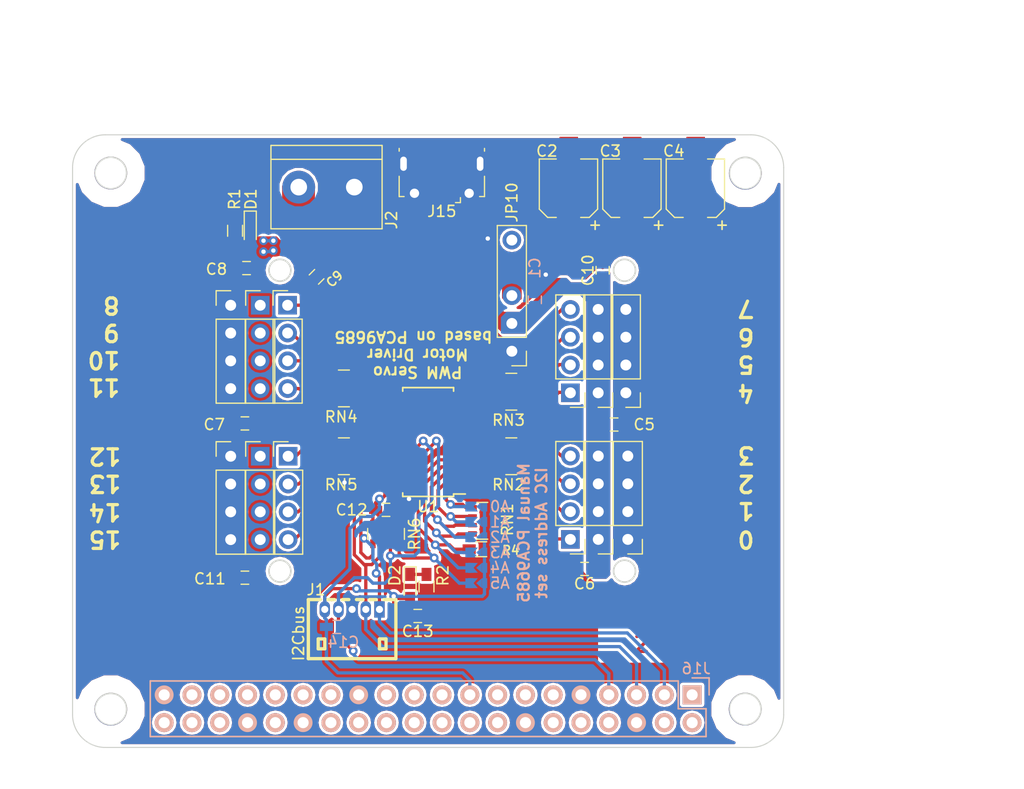
<source format=kicad_pcb>
(kicad_pcb (version 20160815) (host pcbnew no-vcs-found-undefined)
  (layers (0 F.Cu signal) (31 B.Cu signal) (34 B.Paste user) (35 F.Paste user) (36 B.SilkS user) (37 F.SilkS user) (38 B.Mask user) (39 F.Mask user) (44 Edge.Cuts user))
  (net 0 "")
  (net 1 VDD)
  (net 2 GND)
  (net 3 VCC)
  (net 4 "Net-(D1-Pad1)")
  (net 5 "Net-(J3-Pad1)")
  (net 6 "Net-(J3-Pad2)")
  (net 7 "Net-(J3-Pad3)")
  (net 8 "Net-(J3-Pad4)")
  (net 9 "Net-(J4-Pad1)")
  (net 10 "Net-(J4-Pad2)")
  (net 11 "Net-(J4-Pad3)")
  (net 12 "Net-(J4-Pad4)")
  (net 13 "Net-(J5-Pad4)")
  (net 14 "Net-(J5-Pad3)")
  (net 15 "Net-(J5-Pad2)")
  (net 16 "Net-(J5-Pad1)")
  (net 17 "Net-(J6-Pad1)")
  (net 18 "Net-(J6-Pad2)")
  (net 19 "Net-(J6-Pad3)")
  (net 20 "Net-(J6-Pad4)")
  (net 21 "Net-(RN2-Pad1)")
  (net 22 "Net-(RN2-Pad3)")
  (net 23 "Net-(RN2-Pad2)")
  (net 24 "Net-(RN2-Pad4)")
  (net 25 "Net-(RN3-Pad4)")
  (net 26 "Net-(RN3-Pad2)")
  (net 27 "Net-(RN3-Pad3)")
  (net 28 "Net-(RN3-Pad1)")
  (net 29 "Net-(RN4-Pad1)")
  (net 30 "Net-(RN4-Pad3)")
  (net 31 "Net-(RN4-Pad2)")
  (net 32 "Net-(RN4-Pad4)")
  (net 33 "Net-(RN5-Pad4)")
  (net 34 "Net-(RN5-Pad2)")
  (net 35 "Net-(RN5-Pad3)")
  (net 36 "Net-(RN5-Pad1)")
  (net 37 "Net-(J15-Pad2)")
  (net 38 "Net-(J15-Pad4)")
  (net 39 "Net-(J15-Pad3)")
  (net 40 +5V)
  (net 41 "Net-(D2-Pad1)")
  (net 42 /SDA)
  (net 43 /SCL)
  (net 44 /~OE~)
  (net 45 "Net-(J16-Pad40)")
  (net 46 "Net-(J16-Pad38)")
  (net 47 "Net-(J16-Pad37)")
  (net 48 "Net-(J16-Pad36)")
  (net 49 "Net-(J16-Pad35)")
  (net 50 "Net-(J16-Pad33)")
  (net 51 "Net-(J16-Pad32)")
  (net 52 "Net-(J16-Pad31)")
  (net 53 "Net-(J16-Pad29)")
  (net 54 "Net-(J16-Pad28)")
  (net 55 "Net-(J16-Pad27)")
  (net 56 "Net-(J16-Pad26)")
  (net 57 "Net-(J16-Pad24)")
  (net 58 "Net-(J16-Pad23)")
  (net 59 "Net-(J16-Pad22)")
  (net 60 "Net-(J16-Pad21)")
  (net 61 "Net-(J16-Pad20)")
  (net 62 "Net-(J16-Pad19)")
  (net 63 "Net-(J16-Pad18)")
  (net 64 "Net-(J16-Pad16)")
  (net 65 "Net-(J16-Pad15)")
  (net 66 "Net-(J16-Pad13)")
  (net 67 "Net-(J16-Pad12)")
  (net 68 "Net-(J16-Pad11)")
  (net 69 "Net-(J16-Pad10)")
  (net 70 "Net-(J16-Pad8)")
  (net 71 "Net-(J16-Pad4)")
  (net 72 "Net-(J16-Pad2)")
  (net 73 "Net-(A0-Pad2)")
  (net 74 "Net-(A1-Pad2)")
  (net 75 "Net-(A2-Pad2)")
  (net 76 "Net-(A3-Pad2)")
  (net 77 "Net-(A4-Pad2)")
  (net 78 "Net-(A5-Pad2)")
  (module w_conn_df13:df13-5p-125ds (layer F.Cu) (at 135.7 131.1)
    (fp_text reference J1 (at -3.3 -3.6) (layer F.SilkS))
    (fp_text value I2Cbus (at -4.9 0.4 90) (layer F.SilkS))
    (pad 1 thru_hole rect (at 2.49936 -1.80086) (size 0.94996 1.4986) (drill 0.6477) (layers *.Cu *.Mask) (net 42 /SDA))
    (pad 2 thru_hole oval (at 1.24968 -1.80086) (size 0.94996 1.4986) (drill 0.6477) (layers *.Cu *.Mask) (net 43 /SCL))
    (pad 3 thru_hole oval (at 0 -1.80086) (size 0.94996 1.4986) (drill 0.6477) (layers *.Cu *.Mask) (net 2 GND))
    (pad 4 thru_hole oval (at -1.24968 -1.80086) (size 0.94996 1.4986) (drill 0.6477) (layers *.Cu *.Mask) (net 44 /~OE~))
    (pad 5 thru_hole oval (at -2.49936 -1.80086) (size 0.94996 1.4986) (drill 0.6477) (layers *.Cu *.Mask) (net 1 VDD))
  )
  (module Capacitors_SMD:CP_Elec_5x5.3 (layer F.Cu) (at 155.5 90.8 90)
    (fp_text reference C2 (at 3.4 -2 180) (layer F.SilkS))
    (fp_text value 10uF)
    (fp_text user + (at -3.38 2.34 90) (layer F.SilkS))
    (pad 1 smd rect (at -2.7 0 270) (size 4 1.7) (layers F.Cu F.Paste F.Mask) (net 3 VCC))
    (pad 2 smd rect (at 2.7 0 270) (size 4 1.7) (layers F.Cu F.Paste F.Mask) (net 2 GND))
  )
  (module Pin_Headers:Pin_Header_Straight_1x05_Pitch2.54mm (layer F.Cu) (at 150.3 105.7 180)
    (fp_text reference JP10 (at 0 13.6 270) (layer F.SilkS))
    (fp_text value VS)
    (pad 5 thru_hole oval (at 0 10.16 180) (size 1.7 1.7) (drill 1) (layers *.Cu *.Mask))
    (pad 3 thru_hole oval (at 0 5.08 180) (size 1.7 1.7) (drill 1) (layers *.Cu *.Mask) (net 3 VCC))
    (pad 2 thru_hole oval (at 0 2.54 180) (size 1.7 1.7) (drill 1) (layers *.Cu *.Mask) (net 40 +5V))
    (pad 1 thru_hole rect (at 0 0 180) (size 1.7 1.7) (drill 1) (layers *.Cu *.Mask) (net 2 GND))
  )
  (module project_footprints:NPTH_3mm_ID (layer F.Cu) (at 171.63 138.41)
    (fp_text reference H4 hide)
    (fp_text value 3mm_Mounting_Hole)
    (pad "" np_thru_hole circle (at 0 0) (size 3 3) (drill 2.75) (layers *.Cu *.Mask) (clearance 1.6))
  )
  (module project_footprints:NPTH_3mm_ID (layer F.Cu) (at 113.64 138.42)
    (fp_text reference H3 hide)
    (fp_text value 3mm_Mounting_Hole)
    (pad "" np_thru_hole circle (at 0 0) (size 3 3) (drill 2.75) (layers *.Cu *.Mask) (clearance 1.6))
  )
  (module project_footprints:NPTH_3mm_ID (layer F.Cu) (at 171.64 89.43)
    (fp_text reference H2 hide)
    (fp_text value 3mm_Mounting_Hole)
    (pad "" np_thru_hole circle (at 0 0) (size 3 3) (drill 2.75) (layers *.Cu *.Mask) (clearance 1.6))
  )
  (module project_footprints:NPTH_3mm_ID (layer F.Cu) (at 113.64 89.41)
    (fp_text reference H1 hide)
    (fp_text value 3mm_Mounting_Hole)
    (pad "" np_thru_hole circle (at 0 0) (size 3 3) (drill 2.75) (layers *.Cu *.Mask) (clearance 1.6))
  )
  (module Socket_Strips:Socket_Strip_Straight_2x20 (layer B.Cu) (at 166.78 137.11 180)
    (fp_text reference J16 (at -0.37 2.41 180) (layer B.SilkS) (effects (justify mirror)))
    (fp_text value Conn_02x20)
    (pad 40 thru_hole oval (at 48.26 -2.54 180) (size 1.7272 1.7272) (drill 1.016) (layers *.Cu *.Mask B.SilkS) (net 45 "Net-(J16-Pad40)"))
    (pad 39 thru_hole oval (at 48.26 0 180) (size 1.7272 1.7272) (drill 1.016) (layers *.Cu *.Mask B.SilkS) (net 2 GND))
    (pad 38 thru_hole oval (at 45.72 -2.54 180) (size 1.7272 1.7272) (drill 1.016) (layers *.Cu *.Mask B.SilkS) (net 46 "Net-(J16-Pad38)"))
    (pad 37 thru_hole oval (at 45.72 0 180) (size 1.7272 1.7272) (drill 1.016) (layers *.Cu *.Mask B.SilkS) (net 47 "Net-(J16-Pad37)"))
    (pad 36 thru_hole oval (at 43.18 -2.54 180) (size 1.7272 1.7272) (drill 1.016) (layers *.Cu *.Mask B.SilkS) (net 48 "Net-(J16-Pad36)"))
    (pad 35 thru_hole oval (at 43.18 0 180) (size 1.7272 1.7272) (drill 1.016) (layers *.Cu *.Mask B.SilkS) (net 49 "Net-(J16-Pad35)"))
    (pad 34 thru_hole oval (at 40.64 -2.54 180) (size 1.7272 1.7272) (drill 1.016) (layers *.Cu *.Mask B.SilkS) (net 2 GND))
    (pad 33 thru_hole oval (at 40.64 0 180) (size 1.7272 1.7272) (drill 1.016) (layers *.Cu *.Mask B.SilkS) (net 50 "Net-(J16-Pad33)"))
    (pad 32 thru_hole oval (at 38.1 -2.54 180) (size 1.7272 1.7272) (drill 1.016) (layers *.Cu *.Mask B.SilkS) (net 51 "Net-(J16-Pad32)"))
    (pad 31 thru_hole oval (at 38.1 0 180) (size 1.7272 1.7272) (drill 1.016) (layers *.Cu *.Mask B.SilkS) (net 52 "Net-(J16-Pad31)"))
    (pad 30 thru_hole oval (at 35.56 -2.54 180) (size 1.7272 1.7272) (drill 1.016) (layers *.Cu *.Mask B.SilkS) (net 2 GND))
    (pad 29 thru_hole oval (at 35.56 0 180) (size 1.7272 1.7272) (drill 1.016) (layers *.Cu *.Mask B.SilkS) (net 53 "Net-(J16-Pad29)"))
    (pad 28 thru_hole oval (at 33.02 -2.54 180) (size 1.7272 1.7272) (drill 1.016) (layers *.Cu *.Mask B.SilkS) (net 54 "Net-(J16-Pad28)"))
    (pad 27 thru_hole oval (at 33.02 0 180) (size 1.7272 1.7272) (drill 1.016) (layers *.Cu *.Mask B.SilkS) (net 55 "Net-(J16-Pad27)"))
    (pad 26 thru_hole oval (at 30.48 -2.54 180) (size 1.7272 1.7272) (drill 1.016) (layers *.Cu *.Mask B.SilkS) (net 56 "Net-(J16-Pad26)"))
    (pad 25 thru_hole oval (at 30.48 0 180) (size 1.7272 1.7272) (drill 1.016) (layers *.Cu *.Mask B.SilkS) (net 2 GND))
    (pad 24 thru_hole oval (at 27.94 -2.54 180) (size 1.7272 1.7272) (drill 1.016) (layers *.Cu *.Mask B.SilkS) (net 57 "Net-(J16-Pad24)"))
    (pad 23 thru_hole oval (at 27.94 0 180) (size 1.7272 1.7272) (drill 1.016) (layers *.Cu *.Mask B.SilkS) (net 58 "Net-(J16-Pad23)"))
    (pad 22 thru_hole oval (at 25.4 -2.54 180) (size 1.7272 1.7272) (drill 1.016) (layers *.Cu *.Mask B.SilkS) (net 59 "Net-(J16-Pad22)"))
    (pad 21 thru_hole oval (at 25.4 0 180) (size 1.7272 1.7272) (drill 1.016) (layers *.Cu *.Mask B.SilkS) (net 60 "Net-(J16-Pad21)"))
    (pad 20 thru_hole oval (at 22.86 -2.54 180) (size 1.7272 1.7272) (drill 1.016) (layers *.Cu *.Mask B.SilkS) (net 61 "Net-(J16-Pad20)"))
    (pad 19 thru_hole oval (at 22.86 0 180) (size 1.7272 1.7272) (drill 1.016) (layers *.Cu *.Mask B.SilkS) (net 62 "Net-(J16-Pad19)"))
    (pad 18 thru_hole oval (at 20.32 -2.54 180) (size 1.7272 1.7272) (drill 1.016) (layers *.Cu *.Mask B.SilkS) (net 63 "Net-(J16-Pad18)"))
    (pad 17 thru_hole oval (at 20.32 0 180) (size 1.7272 1.7272) (drill 1.016) (layers *.Cu *.Mask B.SilkS) (net 1 VDD))
    (pad 16 thru_hole oval (at 17.78 -2.54 180) (size 1.7272 1.7272) (drill 1.016) (layers *.Cu *.Mask B.SilkS) (net 64 "Net-(J16-Pad16)"))
    (pad 15 thru_hole oval (at 17.78 0 180) (size 1.7272 1.7272) (drill 1.016) (layers *.Cu *.Mask B.SilkS) (net 65 "Net-(J16-Pad15)"))
    (pad 14 thru_hole oval (at 15.24 -2.54 180) (size 1.7272 1.7272) (drill 1.016) (layers *.Cu *.Mask B.SilkS) (net 2 GND))
    (pad 13 thru_hole oval (at 15.24 0 180) (size 1.7272 1.7272) (drill 1.016) (layers *.Cu *.Mask B.SilkS) (net 66 "Net-(J16-Pad13)"))
    (pad 12 thru_hole oval (at 12.7 -2.54 180) (size 1.7272 1.7272) (drill 1.016) (layers *.Cu *.Mask B.SilkS) (net 67 "Net-(J16-Pad12)"))
    (pad 11 thru_hole oval (at 12.7 0 180) (size 1.7272 1.7272) (drill 1.016) (layers *.Cu *.Mask B.SilkS) (net 68 "Net-(J16-Pad11)"))
    (pad 10 thru_hole oval (at 10.16 -2.54 180) (size 1.7272 1.7272) (drill 1.016) (layers *.Cu *.Mask B.SilkS) (net 69 "Net-(J16-Pad10)"))
    (pad 9 thru_hole oval (at 10.16 0 180) (size 1.7272 1.7272) (drill 1.016) (layers *.Cu *.Mask B.SilkS) (net 2 GND))
    (pad 8 thru_hole oval (at 7.62 -2.54 180) (size 1.7272 1.7272) (drill 1.016) (layers *.Cu *.Mask B.SilkS) (net 70 "Net-(J16-Pad8)"))
    (pad 7 thru_hole oval (at 7.62 0 180) (size 1.7272 1.7272) (drill 1.016) (layers *.Cu *.Mask B.SilkS) (net 44 /~OE~))
    (pad 6 thru_hole oval (at 5.08 -2.54 180) (size 1.7272 1.7272) (drill 1.016) (layers *.Cu *.Mask B.SilkS) (net 2 GND))
    (pad 5 thru_hole oval (at 5.08 0 180) (size 1.7272 1.7272) (drill 1.016) (layers *.Cu *.Mask B.SilkS) (net 43 /SCL))
    (pad 4 thru_hole oval (at 2.54 -2.54 180) (size 1.7272 1.7272) (drill 1.016) (layers *.Cu *.Mask B.SilkS) (net 71 "Net-(J16-Pad4)"))
    (pad 3 thru_hole oval (at 2.54 0 180) (size 1.7272 1.7272) (drill 1.016) (layers *.Cu *.Mask B.SilkS) (net 42 /SDA))
    (pad 2 thru_hole oval (at 0 -2.54 180) (size 1.7272 1.7272) (drill 1.016) (layers *.Cu *.Mask B.SilkS) (net 72 "Net-(J16-Pad2)"))
    (pad 1 thru_hole rect (at 0 0 180) (size 1.7272 1.7272) (drill 1.016) (layers *.Cu *.Mask B.SilkS) (net 1 VDD))
  )
  (module Connectors_Terminal_Blocks:TerminalBlock_bornier-2_P5.08mm (layer F.Cu) (at 135.9 90.7 180)
    (fp_text reference J2 (at -3.4 -3 270) (layer F.SilkS))
    (fp_text value Conn_01x02)
    (pad 1 thru_hole rect (at 0 0 180) (size 3 3) (drill 1.52) (layers *.Cu *.Mask) (net 2 GND))
    (pad 2 thru_hole circle (at 5.08 0 180) (size 3 3) (drill 1.52) (layers *.Cu *.Mask) (net 3 VCC))
  )
  (module Capacitors_SMD:C_0603_HandSoldering (layer B.Cu) (at 152.4 101 90)
    (fp_text reference C1 (at 2.9 0 90) (layer B.SilkS) (effects (justify mirror)))
    (fp_text value C)
    (pad 1 smd rect (at -0.95 0 90) (size 1.2 0.75) (layers B.Cu B.Paste B.Mask) (net 40 +5V))
    (pad 2 smd rect (at 0.95 0 90) (size 1.2 0.75) (layers B.Cu B.Paste B.Mask) (net 2 GND))
  )
  (module LEDs:LED_0603_HandSoldering (layer F.Cu) (at 126.39 94.69 270)
    (fp_text reference D1 (at -2.89 -0.06 270) (layer F.SilkS))
    (fp_text value "LED Green")
    (pad 1 smd rect (at -1.1 0 270) (size 1.2 0.9) (layers F.Cu F.Paste F.Mask) (net 4 "Net-(D1-Pad1)"))
    (pad 2 smd rect (at 1.1 0 270) (size 1.2 0.9) (layers F.Cu F.Paste F.Mask) (net 40 +5V))
  )
  (module Pin_Headers:Pin_Header_Straight_1x04_Pitch2.54mm (layer F.Cu) (at 155.65 122.9 180)
    (fp_text reference J3 hide)
    (fp_text value LED03)
    (pad 1 thru_hole rect (at 0 0 180) (size 1.7 1.7) (drill 1) (layers *.Cu *.Mask) (net 5 "Net-(J3-Pad1)"))
    (pad 2 thru_hole oval (at 0 2.54 180) (size 1.7 1.7) (drill 1) (layers *.Cu *.Mask) (net 6 "Net-(J3-Pad2)"))
    (pad 3 thru_hole oval (at 0 5.08 180) (size 1.7 1.7) (drill 1) (layers *.Cu *.Mask) (net 7 "Net-(J3-Pad3)"))
    (pad 4 thru_hole oval (at 0 7.62 180) (size 1.7 1.7) (drill 1) (layers *.Cu *.Mask) (net 8 "Net-(J3-Pad4)"))
  )
  (module Pin_Headers:Pin_Header_Straight_1x04_Pitch2.54mm (layer F.Cu) (at 155.65 109.5 180)
    (fp_text reference J4 hide)
    (fp_text value LED47)
    (pad 1 thru_hole rect (at 0 0 180) (size 1.7 1.7) (drill 1) (layers *.Cu *.Mask) (net 9 "Net-(J4-Pad1)"))
    (pad 2 thru_hole oval (at 0 2.54 180) (size 1.7 1.7) (drill 1) (layers *.Cu *.Mask) (net 10 "Net-(J4-Pad2)"))
    (pad 3 thru_hole oval (at 0 5.08 180) (size 1.7 1.7) (drill 1) (layers *.Cu *.Mask) (net 11 "Net-(J4-Pad3)"))
    (pad 4 thru_hole oval (at 0 7.62 180) (size 1.7 1.7) (drill 1) (layers *.Cu *.Mask) (net 12 "Net-(J4-Pad4)"))
  )
  (module Pin_Headers:Pin_Header_Straight_1x04_Pitch2.54mm (layer F.Cu) (at 129.805 101.495)
    (fp_text reference J5 hide)
    (fp_text value LED811)
    (pad 4 thru_hole oval (at 0 7.62) (size 1.7 1.7) (drill 1) (layers *.Cu *.Mask) (net 13 "Net-(J5-Pad4)"))
    (pad 3 thru_hole oval (at 0 5.08) (size 1.7 1.7) (drill 1) (layers *.Cu *.Mask) (net 14 "Net-(J5-Pad3)"))
    (pad 2 thru_hole oval (at 0 2.54) (size 1.7 1.7) (drill 1) (layers *.Cu *.Mask) (net 15 "Net-(J5-Pad2)"))
    (pad 1 thru_hole rect (at 0 0) (size 1.7 1.7) (drill 1) (layers *.Cu *.Mask) (net 16 "Net-(J5-Pad1)"))
  )
  (module Pin_Headers:Pin_Header_Straight_1x04_Pitch2.54mm (layer F.Cu) (at 129.85 115.3)
    (fp_text reference J6 hide)
    (fp_text value LED1215)
    (pad 1 thru_hole rect (at 0 0) (size 1.7 1.7) (drill 1) (layers *.Cu *.Mask) (net 17 "Net-(J6-Pad1)"))
    (pad 2 thru_hole oval (at 0 2.54) (size 1.7 1.7) (drill 1) (layers *.Cu *.Mask) (net 18 "Net-(J6-Pad2)"))
    (pad 3 thru_hole oval (at 0 5.08) (size 1.7 1.7) (drill 1) (layers *.Cu *.Mask) (net 19 "Net-(J6-Pad3)"))
    (pad 4 thru_hole oval (at 0 7.62) (size 1.7 1.7) (drill 1) (layers *.Cu *.Mask) (net 20 "Net-(J6-Pad4)"))
  )
  (module Pin_Headers:Pin_Header_Straight_1x04_Pitch2.54mm (layer F.Cu) (at 124.6 115.3)
    (fp_text reference J7 hide)
    (fp_text value C4GND)
    (pad 4 thru_hole oval (at 0 7.62) (size 1.7 1.7) (drill 1) (layers *.Cu *.Mask) (net 2 GND))
    (pad 3 thru_hole oval (at 0 5.08) (size 1.7 1.7) (drill 1) (layers *.Cu *.Mask) (net 2 GND))
    (pad 2 thru_hole oval (at 0 2.54) (size 1.7 1.7) (drill 1) (layers *.Cu *.Mask) (net 2 GND))
    (pad 1 thru_hole rect (at 0 0) (size 1.7 1.7) (drill 1) (layers *.Cu *.Mask) (net 2 GND))
  )
  (module Pin_Headers:Pin_Header_Straight_1x04_Pitch2.54mm (layer F.Cu) (at 124.6 101.5)
    (fp_text reference J8 hide)
    (fp_text value C4GND)
    (pad 1 thru_hole rect (at 0 0) (size 1.7 1.7) (drill 1) (layers *.Cu *.Mask) (net 2 GND))
    (pad 2 thru_hole oval (at 0 2.54) (size 1.7 1.7) (drill 1) (layers *.Cu *.Mask) (net 2 GND))
    (pad 3 thru_hole oval (at 0 5.08) (size 1.7 1.7) (drill 1) (layers *.Cu *.Mask) (net 2 GND))
    (pad 4 thru_hole oval (at 0 7.62) (size 1.7 1.7) (drill 1) (layers *.Cu *.Mask) (net 2 GND))
  )
  (module Pin_Headers:Pin_Header_Straight_1x04_Pitch2.54mm (layer F.Cu) (at 160.72 109.5 180)
    (fp_text reference J9 hide)
    (fp_text value C4GND)
    (pad 4 thru_hole oval (at 0 7.62 180) (size 1.7 1.7) (drill 1) (layers *.Cu *.Mask) (net 2 GND))
    (pad 3 thru_hole oval (at 0 5.08 180) (size 1.7 1.7) (drill 1) (layers *.Cu *.Mask) (net 2 GND))
    (pad 2 thru_hole oval (at 0 2.54 180) (size 1.7 1.7) (drill 1) (layers *.Cu *.Mask) (net 2 GND))
    (pad 1 thru_hole rect (at 0 0 180) (size 1.7 1.7) (drill 1) (layers *.Cu *.Mask) (net 2 GND))
  )
  (module Pin_Headers:Pin_Header_Straight_1x04_Pitch2.54mm (layer F.Cu) (at 160.9 122.9 180)
    (fp_text reference J10 hide)
    (fp_text value C4GND)
    (pad 1 thru_hole rect (at 0 0 180) (size 1.7 1.7) (drill 1) (layers *.Cu *.Mask) (net 2 GND))
    (pad 2 thru_hole oval (at 0 2.54 180) (size 1.7 1.7) (drill 1) (layers *.Cu *.Mask) (net 2 GND))
    (pad 3 thru_hole oval (at 0 5.08 180) (size 1.7 1.7) (drill 1) (layers *.Cu *.Mask) (net 2 GND))
    (pad 4 thru_hole oval (at 0 7.62 180) (size 1.7 1.7) (drill 1) (layers *.Cu *.Mask) (net 2 GND))
  )
  (module Pin_Headers:Pin_Header_Straight_1x04_Pitch2.54mm (layer F.Cu) (at 158.2 122.9 180)
    (fp_text reference J11 hide)
    (fp_text value C4VDD)
    (pad 4 thru_hole oval (at 0 7.62 180) (size 1.7 1.7) (drill 1) (layers *.Cu *.Mask) (net 40 +5V))
    (pad 3 thru_hole oval (at 0 5.08 180) (size 1.7 1.7) (drill 1) (layers *.Cu *.Mask) (net 40 +5V))
    (pad 2 thru_hole oval (at 0 2.54 180) (size 1.7 1.7) (drill 1) (layers *.Cu *.Mask) (net 40 +5V))
    (pad 1 thru_hole rect (at 0 0 180) (size 1.7 1.7) (drill 1) (layers *.Cu *.Mask) (net 40 +5V))
  )
  (module Pin_Headers:Pin_Header_Straight_1x04_Pitch2.54mm (layer F.Cu) (at 127.3 115.3)
    (fp_text reference J12 hide)
    (fp_text value C4VDD)
    (pad 1 thru_hole rect (at 0 0) (size 1.7 1.7) (drill 1) (layers *.Cu *.Mask) (net 40 +5V))
    (pad 2 thru_hole oval (at 0 2.54) (size 1.7 1.7) (drill 1) (layers *.Cu *.Mask) (net 40 +5V))
    (pad 3 thru_hole oval (at 0 5.08) (size 1.7 1.7) (drill 1) (layers *.Cu *.Mask) (net 40 +5V))
    (pad 4 thru_hole oval (at 0 7.62) (size 1.7 1.7) (drill 1) (layers *.Cu *.Mask) (net 40 +5V))
  )
  (module Pin_Headers:Pin_Header_Straight_1x04_Pitch2.54mm (layer F.Cu) (at 127.3 101.5)
    (fp_text reference J13 hide)
    (fp_text value C4VDD)
    (pad 4 thru_hole oval (at 0 7.62) (size 1.7 1.7) (drill 1) (layers *.Cu *.Mask) (net 40 +5V))
    (pad 3 thru_hole oval (at 0 5.08) (size 1.7 1.7) (drill 1) (layers *.Cu *.Mask) (net 40 +5V))
    (pad 2 thru_hole oval (at 0 2.54) (size 1.7 1.7) (drill 1) (layers *.Cu *.Mask) (net 40 +5V))
    (pad 1 thru_hole rect (at 0 0) (size 1.7 1.7) (drill 1) (layers *.Cu *.Mask) (net 40 +5V))
  )
  (module Pin_Headers:Pin_Header_Straight_1x04_Pitch2.54mm (layer F.Cu) (at 158.19 109.5 180)
    (fp_text reference J14 hide)
    (fp_text value C4VDD)
    (pad 4 thru_hole oval (at 0 7.62 180) (size 1.7 1.7) (drill 1) (layers *.Cu *.Mask) (net 40 +5V))
    (pad 3 thru_hole oval (at 0 5.08 180) (size 1.7 1.7) (drill 1) (layers *.Cu *.Mask) (net 40 +5V))
    (pad 2 thru_hole oval (at 0 2.54 180) (size 1.7 1.7) (drill 1) (layers *.Cu *.Mask) (net 40 +5V))
    (pad 1 thru_hole rect (at 0 0 180) (size 1.7 1.7) (drill 1) (layers *.Cu *.Mask) (net 40 +5V))
  )
  (module Resistors_SMD:R_0603_HandSoldering (layer F.Cu) (at 125 94.69 270)
    (fp_text reference R1 (at -2.89 0.05 270) (layer F.SilkS))
    (fp_text value 1k)
    (pad 1 smd rect (at -1.1 0 270) (size 1.2 0.9) (layers F.Cu F.Paste F.Mask) (net 4 "Net-(D1-Pad1)"))
    (pad 2 smd rect (at 1.1 0 270) (size 1.2 0.9) (layers F.Cu F.Paste F.Mask) (net 2 GND))
  )
  (module Resistors_SMD:R_0603_HandSoldering (layer F.Cu) (at 147.5 123.8)
    (fp_text reference R4 (at 2.7 0.1) (layer F.SilkS) (effects (font (size 0.8 0.8))))
    (fp_text value 10k)
    (pad 2 smd rect (at 1.1 0) (size 1.2 0.9) (layers F.Cu F.Paste F.Mask) (net 2 GND))
    (pad 1 smd rect (at -1.1 0) (size 1.2 0.9) (layers F.Cu F.Paste F.Mask) (net 77 "Net-(A4-Pad2)"))
  )
  (module Resistors_SMD:R_Array_Convex_4x0603 (layer F.Cu) (at 147.6 121.2 180)
    (fp_text reference RN1 (at -2.3 0.1 270) (layer F.SilkS))
    (fp_text value 10k)
    (pad 1 smd rect (at -0.9 -1.2 180) (size 0.8 0.5) (layers F.Cu F.Paste F.Mask) (net 2 GND))
    (pad 3 smd rect (at -0.9 0.4 180) (size 0.8 0.4) (layers F.Cu F.Paste F.Mask) (net 2 GND))
    (pad 2 smd rect (at -0.9 -0.4 180) (size 0.8 0.4) (layers F.Cu F.Paste F.Mask) (net 2 GND))
    (pad 4 smd rect (at -0.9 1.2 180) (size 0.8 0.5) (layers F.Cu F.Paste F.Mask) (net 2 GND))
    (pad 7 smd rect (at 0.9 -0.4 180) (size 0.8 0.4) (layers F.Cu F.Paste F.Mask) (net 75 "Net-(A2-Pad2)"))
    (pad 8 smd rect (at 0.9 -1.2 180) (size 0.8 0.5) (layers F.Cu F.Paste F.Mask) (net 76 "Net-(A3-Pad2)"))
    (pad 6 smd rect (at 0.9 0.4 180) (size 0.8 0.4) (layers F.Cu F.Paste F.Mask) (net 74 "Net-(A1-Pad2)"))
    (pad 5 smd rect (at 0.9 1.2 180) (size 0.8 0.5) (layers F.Cu F.Paste F.Mask) (net 73 "Net-(A0-Pad2)"))
  )
  (module Resistors_SMD:R_Array_Convex_4x0603 (layer F.Cu) (at 150.25 115.3)
    (fp_text reference RN2 (at -0.25 2.6) (layer F.SilkS))
    (fp_text value 220)
    (pad 1 smd rect (at -0.9 -1.2) (size 0.8 0.5) (layers F.Cu F.Paste F.Mask) (net 21 "Net-(RN2-Pad1)"))
    (pad 3 smd rect (at -0.9 0.4) (size 0.8 0.4) (layers F.Cu F.Paste F.Mask) (net 22 "Net-(RN2-Pad3)"))
    (pad 2 smd rect (at -0.9 -0.4) (size 0.8 0.4) (layers F.Cu F.Paste F.Mask) (net 23 "Net-(RN2-Pad2)"))
    (pad 4 smd rect (at -0.9 1.2) (size 0.8 0.5) (layers F.Cu F.Paste F.Mask) (net 24 "Net-(RN2-Pad4)"))
    (pad 7 smd rect (at 0.9 -0.4) (size 0.8 0.4) (layers F.Cu F.Paste F.Mask) (net 7 "Net-(J3-Pad3)"))
    (pad 8 smd rect (at 0.9 -1.2) (size 0.8 0.5) (layers F.Cu F.Paste F.Mask) (net 8 "Net-(J3-Pad4)"))
    (pad 6 smd rect (at 0.9 0.4) (size 0.8 0.4) (layers F.Cu F.Paste F.Mask) (net 6 "Net-(J3-Pad2)"))
    (pad 5 smd rect (at 0.9 1.2) (size 0.8 0.5) (layers F.Cu F.Paste F.Mask) (net 5 "Net-(J3-Pad1)"))
  )
  (module Resistors_SMD:R_Array_Convex_4x0603 (layer F.Cu) (at 150.25 109.4)
    (fp_text reference RN3 (at -0.25 2.6) (layer F.SilkS))
    (fp_text value 220)
    (pad 5 smd rect (at 0.9 1.2) (size 0.8 0.5) (layers F.Cu F.Paste F.Mask) (net 9 "Net-(J4-Pad1)"))
    (pad 6 smd rect (at 0.9 0.4) (size 0.8 0.4) (layers F.Cu F.Paste F.Mask) (net 10 "Net-(J4-Pad2)"))
    (pad 8 smd rect (at 0.9 -1.2) (size 0.8 0.5) (layers F.Cu F.Paste F.Mask) (net 12 "Net-(J4-Pad4)"))
    (pad 7 smd rect (at 0.9 -0.4) (size 0.8 0.4) (layers F.Cu F.Paste F.Mask) (net 11 "Net-(J4-Pad3)"))
    (pad 4 smd rect (at -0.9 1.2) (size 0.8 0.5) (layers F.Cu F.Paste F.Mask) (net 25 "Net-(RN3-Pad4)"))
    (pad 2 smd rect (at -0.9 -0.4) (size 0.8 0.4) (layers F.Cu F.Paste F.Mask) (net 26 "Net-(RN3-Pad2)"))
    (pad 3 smd rect (at -0.9 0.4) (size 0.8 0.4) (layers F.Cu F.Paste F.Mask) (net 27 "Net-(RN3-Pad3)"))
    (pad 1 smd rect (at -0.9 -1.2) (size 0.8 0.5) (layers F.Cu F.Paste F.Mask) (net 28 "Net-(RN3-Pad1)"))
  )
  (module Resistors_SMD:R_Array_Convex_4x0603 (layer F.Cu) (at 134.95 109.1 180)
    (fp_text reference RN4 (at 0.25 -2.6 180) (layer F.SilkS))
    (fp_text value 220)
    (pad 1 smd rect (at -0.9 -1.2 180) (size 0.8 0.5) (layers F.Cu F.Paste F.Mask) (net 29 "Net-(RN4-Pad1)"))
    (pad 3 smd rect (at -0.9 0.4 180) (size 0.8 0.4) (layers F.Cu F.Paste F.Mask) (net 30 "Net-(RN4-Pad3)"))
    (pad 2 smd rect (at -0.9 -0.4 180) (size 0.8 0.4) (layers F.Cu F.Paste F.Mask) (net 31 "Net-(RN4-Pad2)"))
    (pad 4 smd rect (at -0.9 1.2 180) (size 0.8 0.5) (layers F.Cu F.Paste F.Mask) (net 32 "Net-(RN4-Pad4)"))
    (pad 7 smd rect (at 0.9 -0.4 180) (size 0.8 0.4) (layers F.Cu F.Paste F.Mask) (net 14 "Net-(J5-Pad3)"))
    (pad 8 smd rect (at 0.9 -1.2 180) (size 0.8 0.5) (layers F.Cu F.Paste F.Mask) (net 13 "Net-(J5-Pad4)"))
    (pad 6 smd rect (at 0.9 0.4 180) (size 0.8 0.4) (layers F.Cu F.Paste F.Mask) (net 15 "Net-(J5-Pad2)"))
    (pad 5 smd rect (at 0.9 1.2 180) (size 0.8 0.5) (layers F.Cu F.Paste F.Mask) (net 16 "Net-(J5-Pad1)"))
  )
  (module Resistors_SMD:R_Array_Convex_4x0603 (layer F.Cu) (at 134.95 115.3 180)
    (fp_text reference RN5 (at 0.25 -2.6 180) (layer F.SilkS))
    (fp_text value 220)
    (pad 5 smd rect (at 0.9 1.2 180) (size 0.8 0.5) (layers F.Cu F.Paste F.Mask) (net 17 "Net-(J6-Pad1)"))
    (pad 6 smd rect (at 0.9 0.4 180) (size 0.8 0.4) (layers F.Cu F.Paste F.Mask) (net 18 "Net-(J6-Pad2)"))
    (pad 8 smd rect (at 0.9 -1.2 180) (size 0.8 0.5) (layers F.Cu F.Paste F.Mask) (net 20 "Net-(J6-Pad4)"))
    (pad 7 smd rect (at 0.9 -0.4 180) (size 0.8 0.4) (layers F.Cu F.Paste F.Mask) (net 19 "Net-(J6-Pad3)"))
    (pad 4 smd rect (at -0.9 1.2 180) (size 0.8 0.5) (layers F.Cu F.Paste F.Mask) (net 33 "Net-(RN5-Pad4)"))
    (pad 2 smd rect (at -0.9 -0.4 180) (size 0.8 0.4) (layers F.Cu F.Paste F.Mask) (net 34 "Net-(RN5-Pad2)"))
    (pad 3 smd rect (at -0.9 0.4 180) (size 0.8 0.4) (layers F.Cu F.Paste F.Mask) (net 35 "Net-(RN5-Pad3)"))
    (pad 1 smd rect (at -0.9 -1.2 180) (size 0.8 0.5) (layers F.Cu F.Paste F.Mask) (net 36 "Net-(RN5-Pad1)"))
  )
  (module Resistors_SMD:R_Array_Convex_4x0603 (layer F.Cu) (at 138.8 122.4 90)
    (fp_text reference RN6 (at 0 2.6 90) (layer F.SilkS))
    (fp_text value 10k)
    (pad 5 smd rect (at 0.9 1.2 90) (size 0.8 0.5) (layers F.Cu F.Paste F.Mask) (net 2 GND))
    (pad 6 smd rect (at 0.9 0.4 90) (size 0.8 0.4) (layers F.Cu F.Paste F.Mask) (net 2 GND))
    (pad 8 smd rect (at 0.9 -1.2 90) (size 0.8 0.5) (layers F.Cu F.Paste F.Mask) (net 1 VDD))
    (pad 7 smd rect (at 0.9 -0.4 90) (size 0.8 0.4) (layers F.Cu F.Paste F.Mask) (net 1 VDD))
    (pad 4 smd rect (at -0.9 1.2 90) (size 0.8 0.5) (layers F.Cu F.Paste F.Mask) (net 78 "Net-(A5-Pad2)"))
    (pad 2 smd rect (at -0.9 -0.4 90) (size 0.8 0.4) (layers F.Cu F.Paste F.Mask) (net 43 /SCL))
    (pad 3 smd rect (at -0.9 0.4 90) (size 0.8 0.4) (layers F.Cu F.Paste F.Mask) (net 44 /~OE~))
    (pad 1 smd rect (at -0.9 -1.2 90) (size 0.8 0.5) (layers F.Cu F.Paste F.Mask) (net 42 /SDA))
  )
  (module Housings_SSOP:TSSOP-28_4.4x9.7mm_Pitch0.65mm (layer F.Cu) (at 142.65 114 180)
    (fp_text reference U1 (at 0 -5.9 180) (layer F.SilkS))
    (fp_text value PCA9685PW)
    (pad 1 smd rect (at -2.85 -4.225 180) (size 1.1 0.4) (layers F.Cu F.Paste F.Mask) (net 73 "Net-(A0-Pad2)"))
    (pad 2 smd rect (at -2.85 -3.575 180) (size 1.1 0.4) (layers F.Cu F.Paste F.Mask) (net 74 "Net-(A1-Pad2)"))
    (pad 3 smd rect (at -2.85 -2.925 180) (size 1.1 0.4) (layers F.Cu F.Paste F.Mask) (net 75 "Net-(A2-Pad2)"))
    (pad 4 smd rect (at -2.85 -2.275 180) (size 1.1 0.4) (layers F.Cu F.Paste F.Mask) (net 76 "Net-(A3-Pad2)"))
    (pad 5 smd rect (at -2.85 -1.625 180) (size 1.1 0.4) (layers F.Cu F.Paste F.Mask) (net 77 "Net-(A4-Pad2)"))
    (pad 6 smd rect (at -2.85 -0.975 180) (size 1.1 0.4) (layers F.Cu F.Paste F.Mask) (net 24 "Net-(RN2-Pad4)"))
    (pad 7 smd rect (at -2.85 -0.325 180) (size 1.1 0.4) (layers F.Cu F.Paste F.Mask) (net 22 "Net-(RN2-Pad3)"))
    (pad 8 smd rect (at -2.85 0.325 180) (size 1.1 0.4) (layers F.Cu F.Paste F.Mask) (net 23 "Net-(RN2-Pad2)"))
    (pad 9 smd rect (at -2.85 0.975 180) (size 1.1 0.4) (layers F.Cu F.Paste F.Mask) (net 21 "Net-(RN2-Pad1)"))
    (pad 10 smd rect (at -2.85 1.625 180) (size 1.1 0.4) (layers F.Cu F.Paste F.Mask) (net 25 "Net-(RN3-Pad4)"))
    (pad 11 smd rect (at -2.85 2.275 180) (size 1.1 0.4) (layers F.Cu F.Paste F.Mask) (net 27 "Net-(RN3-Pad3)"))
    (pad 12 smd rect (at -2.85 2.925 180) (size 1.1 0.4) (layers F.Cu F.Paste F.Mask) (net 26 "Net-(RN3-Pad2)"))
    (pad 13 smd rect (at -2.85 3.575 180) (size 1.1 0.4) (layers F.Cu F.Paste F.Mask) (net 28 "Net-(RN3-Pad1)"))
    (pad 14 smd rect (at -2.85 4.225 180) (size 1.1 0.4) (layers F.Cu F.Paste F.Mask) (net 2 GND))
    (pad 15 smd rect (at 2.85 4.225 180) (size 1.1 0.4) (layers F.Cu F.Paste F.Mask) (net 32 "Net-(RN4-Pad4)"))
    (pad 16 smd rect (at 2.85 3.575 180) (size 1.1 0.4) (layers F.Cu F.Paste F.Mask) (net 30 "Net-(RN4-Pad3)"))
    (pad 17 smd rect (at 2.85 2.925 180) (size 1.1 0.4) (layers F.Cu F.Paste F.Mask) (net 31 "Net-(RN4-Pad2)"))
    (pad 18 smd rect (at 2.85 2.275 180) (size 1.1 0.4) (layers F.Cu F.Paste F.Mask) (net 29 "Net-(RN4-Pad1)"))
    (pad 19 smd rect (at 2.85 1.625 180) (size 1.1 0.4) (layers F.Cu F.Paste F.Mask) (net 33 "Net-(RN5-Pad4)"))
    (pad 20 smd rect (at 2.85 0.975 180) (size 1.1 0.4) (layers F.Cu F.Paste F.Mask) (net 35 "Net-(RN5-Pad3)"))
    (pad 21 smd rect (at 2.85 0.325 180) (size 1.1 0.4) (layers F.Cu F.Paste F.Mask) (net 34 "Net-(RN5-Pad2)"))
    (pad 22 smd rect (at 2.85 -0.325 180) (size 1.1 0.4) (layers F.Cu F.Paste F.Mask) (net 36 "Net-(RN5-Pad1)"))
    (pad 23 smd rect (at 2.85 -0.975 180) (size 1.1 0.4) (layers F.Cu F.Paste F.Mask) (net 44 /~OE~))
    (pad 24 smd rect (at 2.85 -1.625 180) (size 1.1 0.4) (layers F.Cu F.Paste F.Mask) (net 78 "Net-(A5-Pad2)"))
    (pad 25 smd rect (at 2.85 -2.275 180) (size 1.1 0.4) (layers F.Cu F.Paste F.Mask) (net 2 GND))
    (pad 26 smd rect (at 2.85 -2.925 180) (size 1.1 0.4) (layers F.Cu F.Paste F.Mask) (net 43 /SCL))
    (pad 27 smd rect (at 2.85 -3.575 180) (size 1.1 0.4) (layers F.Cu F.Paste F.Mask) (net 42 /SDA))
    (pad 28 smd rect (at 2.85 -4.225 180) (size 1.1 0.4) (layers F.Cu F.Paste F.Mask) (net 1 VDD))
  )
  (module Capacitors_SMD:C_0603_HandSoldering (layer F.Cu) (at 159.65 112.4)
    (fp_text reference C5 (at 2.75 0 -180) (layer F.SilkS))
    (fp_text value C)
    (pad 2 smd rect (at 0.95 0) (size 1.2 0.75) (layers F.Cu F.Paste F.Mask) (net 2 GND))
    (pad 1 smd rect (at -0.95 0) (size 1.2 0.75) (layers F.Cu F.Paste F.Mask) (net 40 +5V))
  )
  (module Capacitors_SMD:C_0603_HandSoldering (layer F.Cu) (at 156.95 125.6 180)
    (fp_text reference C6 (at 0 -1.35) (layer F.SilkS))
    (fp_text value C)
    (pad 1 smd rect (at -0.95 0 180) (size 1.2 0.75) (layers F.Cu F.Paste F.Mask) (net 40 +5V))
    (pad 2 smd rect (at 0.95 0 180) (size 1.2 0.75) (layers F.Cu F.Paste F.Mask) (net 2 GND))
  )
  (module Capacitors_SMD:C_0603_HandSoldering (layer F.Cu) (at 125.9 112.3 180)
    (fp_text reference C7 (at 2.8 -0.1) (layer F.SilkS))
    (fp_text value C)
    (pad 2 smd rect (at 0.95 0 180) (size 1.2 0.75) (layers F.Cu F.Paste F.Mask) (net 2 GND))
    (pad 1 smd rect (at -0.95 0 180) (size 1.2 0.75) (layers F.Cu F.Paste F.Mask) (net 40 +5V))
  )
  (module Capacitors_SMD:C_0603_HandSoldering (layer F.Cu) (at 126.05 98.1 180)
    (fp_text reference C8 (at 2.75 -0.1 180) (layer F.SilkS))
    (fp_text value C)
    (pad 1 smd rect (at -0.95 0 180) (size 1.2 0.75) (layers F.Cu F.Paste F.Mask) (net 40 +5V))
    (pad 2 smd rect (at 0.95 0 180) (size 1.2 0.75) (layers F.Cu F.Paste F.Mask) (net 2 GND))
  )
  (module Capacitors_SMD:C_0603_HandSoldering (layer F.Cu) (at 132.45 98.9 225)
    (fp_text reference C9 (at -1.025305 -1.308148 45) (layer F.SilkS) (effects (font (size 0.8 0.8))))
    (fp_text value C)
    (pad 1 smd rect (at -0.949999 0 225) (size 1.2 0.75) (layers F.Cu F.Paste F.Mask) (net 40 +5V))
    (pad 2 smd rect (at 0.949999 0 225) (size 1.2 0.75) (layers F.Cu F.Paste F.Mask) (net 2 GND))
  )
  (module Capacitors_SMD:C_0603_HandSoldering (layer F.Cu) (at 158.6 98.3 90)
    (fp_text reference C10 (at 0 -1.35 90) (layer F.SilkS))
    (fp_text value C)
    (pad 2 smd rect (at 0.95 0 90) (size 1.2 0.75) (layers F.Cu F.Paste F.Mask) (net 2 GND))
    (pad 1 smd rect (at -0.95 0 90) (size 1.2 0.75) (layers F.Cu F.Paste F.Mask) (net 40 +5V))
  )
  (module Capacitors_SMD:C_0603_HandSoldering (layer F.Cu) (at 125.9 126.4 180)
    (fp_text reference C11 (at 3.2 -0.1 180) (layer F.SilkS))
    (fp_text value C)
    (pad 1 smd rect (at -0.95 0 180) (size 1.2 0.75) (layers F.Cu F.Paste F.Mask) (net 40 +5V))
    (pad 2 smd rect (at 0.95 0 180) (size 1.2 0.75) (layers F.Cu F.Paste F.Mask) (net 2 GND))
  )
  (module Connector_USB:USB_Micro-B_Molex-105017-0001 (layer F.Cu) (at 143.9 89.8 180)
    (fp_text reference J15 (at 0 -3.1125 180) (layer F.SilkS))
    (fp_text value USB_B_Micro)
    (pad 6 smd rect (at 1 1.2375 180) (size 1.5 1.9) (layers F.Cu F.Paste F.Mask) (net 2 GND))
    (pad 6 thru_hole circle (at -2.5 -1.4625 180) (size 1.45 1.45) (drill 0.85) (layers *.Cu *.Mask) (net 2 GND))
    (pad 2 smd rect (at -0.65 -1.4625 180) (size 0.4 1.35) (layers F.Cu F.Paste F.Mask) (net 37 "Net-(J15-Pad2)"))
    (pad 1 smd rect (at -1.3 -1.4625 180) (size 0.4 1.35) (layers F.Cu F.Paste F.Mask) (net 3 VCC))
    (pad 5 smd rect (at 1.3 -1.4625 180) (size 0.4 1.35) (layers F.Cu F.Paste F.Mask) (net 2 GND))
    (pad 4 smd rect (at 0.65 -1.4625 180) (size 0.4 1.35) (layers F.Cu F.Paste F.Mask) (net 38 "Net-(J15-Pad4)"))
    (pad 3 smd rect (at 0 -1.4625 180) (size 0.4 1.35) (layers F.Cu F.Paste F.Mask) (net 39 "Net-(J15-Pad3)"))
    (pad 6 thru_hole circle (at 2.5 -1.4625 180) (size 1.45 1.45) (drill 0.85) (layers *.Cu *.Mask) (net 2 GND))
    (pad 6 smd rect (at -1 1.2375 180) (size 1.5 1.9) (layers F.Cu F.Paste F.Mask) (net 2 GND))
    (pad 6 thru_hole oval (at -3.5 1.2375) (size 1.2 1.9) (drill oval 0.6 1.3) (layers *.Cu *.Mask) (net 2 GND))
    (pad 6 thru_hole oval (at 3.5 1.2375 180) (size 1.2 1.9) (drill oval 0.6 1.3) (layers *.Cu *.Mask) (net 2 GND))
    (pad 6 smd rect (at 2.9 1.2375 180) (size 1.2 1.9) (layers F.Cu F.Mask) (net 2 GND))
    (pad 6 smd rect (at -2.9 1.2375 180) (size 1.2 1.9) (layers F.Cu F.Mask) (net 2 GND))
  )
  (module Jumper:SolderJumper_Triangular_0603 (layer B.Cu) (at 147.05 119.9 180)
    (fp_text reference A0 (at -2.15 0 180) (layer B.SilkS) (effects (justify mirror)))
    (fp_text value A0)
    (pad 1 smd trapezoid (at -0.25 0 180) (size 0.5 0.45) (rect_delta 0.44 0) (layers B.Cu B.Paste B.Mask) (net 1 VDD))
    (pad 2 smd rect (at 0.75 0 180) (size 0.5 0.9) (layers B.Cu B.Paste B.Mask) (net 73 "Net-(A0-Pad2)"))
    (pad 1 smd rect (at -0.75 0 180) (size 0.5 0.9) (layers B.Cu B.Paste B.Mask) (net 1 VDD))
    (pad 2 smd trapezoid (at 0.3 0.2 270) (size 0.5 0.45) (rect_delta 0.44 0) (layers B.Cu B.Paste B.Mask) (net 73 "Net-(A0-Pad2)"))
    (pad 2 smd trapezoid (at 0.3 -0.2 90) (size 0.5 0.45) (rect_delta 0.44 0) (layers B.Cu B.Paste B.Mask) (net 73 "Net-(A0-Pad2)"))
    (pad 2 smd rect (at 0.5 0 180) (size 0.5 0.9) (layers B.Cu B.Paste B.Mask) (net 73 "Net-(A0-Pad2)"))
  )
  (module Jumper:SolderJumper_Triangular_0603 (layer B.Cu) (at 147.05 121.3 180)
    (fp_text reference A1 (at -2.15 0 180) (layer B.SilkS) (effects (justify mirror)))
    (fp_text value A1)
    (pad 2 smd rect (at 0.5 0 180) (size 0.5 0.9) (layers B.Cu B.Paste B.Mask) (net 74 "Net-(A1-Pad2)"))
    (pad 2 smd trapezoid (at 0.3 -0.2 90) (size 0.5 0.45) (rect_delta 0.44 0) (layers B.Cu B.Paste B.Mask) (net 74 "Net-(A1-Pad2)"))
    (pad 2 smd trapezoid (at 0.3 0.2 270) (size 0.5 0.45) (rect_delta 0.44 0) (layers B.Cu B.Paste B.Mask) (net 74 "Net-(A1-Pad2)"))
    (pad 1 smd rect (at -0.75 0 180) (size 0.5 0.9) (layers B.Cu B.Paste B.Mask) (net 1 VDD))
    (pad 2 smd rect (at 0.75 0 180) (size 0.5 0.9) (layers B.Cu B.Paste B.Mask) (net 74 "Net-(A1-Pad2)"))
    (pad 1 smd trapezoid (at -0.25 0 180) (size 0.5 0.45) (rect_delta 0.44 0) (layers B.Cu B.Paste B.Mask) (net 1 VDD))
  )
  (module Jumper:SolderJumper_Triangular_0603 (layer B.Cu) (at 147.05 122.7 180)
    (fp_text reference A2 (at -2.15 0 180) (layer B.SilkS) (effects (justify mirror)))
    (fp_text value A2)
    (pad 1 smd trapezoid (at -0.25 0 180) (size 0.5 0.45) (rect_delta 0.44 0) (layers B.Cu B.Paste B.Mask) (net 1 VDD))
    (pad 2 smd rect (at 0.75 0 180) (size 0.5 0.9) (layers B.Cu B.Paste B.Mask) (net 75 "Net-(A2-Pad2)"))
    (pad 1 smd rect (at -0.75 0 180) (size 0.5 0.9) (layers B.Cu B.Paste B.Mask) (net 1 VDD))
    (pad 2 smd trapezoid (at 0.3 0.2 270) (size 0.5 0.45) (rect_delta 0.44 0) (layers B.Cu B.Paste B.Mask) (net 75 "Net-(A2-Pad2)"))
    (pad 2 smd trapezoid (at 0.3 -0.2 90) (size 0.5 0.45) (rect_delta 0.44 0) (layers B.Cu B.Paste B.Mask) (net 75 "Net-(A2-Pad2)"))
    (pad 2 smd rect (at 0.5 0 180) (size 0.5 0.9) (layers B.Cu B.Paste B.Mask) (net 75 "Net-(A2-Pad2)"))
  )
  (module Jumper:SolderJumper_Triangular_0603 (layer B.Cu) (at 147.05 124.1 180)
    (fp_text reference A3 (at -2.15 0 180) (layer B.SilkS) (effects (justify mirror)))
    (fp_text value A3)
    (pad 1 smd trapezoid (at -0.25 0 180) (size 0.5 0.45) (rect_delta 0.44 0) (layers B.Cu B.Paste B.Mask) (net 1 VDD))
    (pad 2 smd rect (at 0.75 0 180) (size 0.5 0.9) (layers B.Cu B.Paste B.Mask) (net 76 "Net-(A3-Pad2)"))
    (pad 1 smd rect (at -0.75 0 180) (size 0.5 0.9) (layers B.Cu B.Paste B.Mask) (net 1 VDD))
    (pad 2 smd trapezoid (at 0.3 0.2 270) (size 0.5 0.45) (rect_delta 0.44 0) (layers B.Cu B.Paste B.Mask) (net 76 "Net-(A3-Pad2)"))
    (pad 2 smd trapezoid (at 0.3 -0.2 90) (size 0.5 0.45) (rect_delta 0.44 0) (layers B.Cu B.Paste B.Mask) (net 76 "Net-(A3-Pad2)"))
    (pad 2 smd rect (at 0.5 0 180) (size 0.5 0.9) (layers B.Cu B.Paste B.Mask) (net 76 "Net-(A3-Pad2)"))
  )
  (module Jumper:SolderJumper_Triangular_0603 (layer B.Cu) (at 147.05 125.5 180)
    (fp_text reference A4 (at -2.15 0 180) (layer B.SilkS) (effects (justify mirror)))
    (fp_text value A4)
    (pad 2 smd rect (at 0.5 0 180) (size 0.5 0.9) (layers B.Cu B.Paste B.Mask) (net 77 "Net-(A4-Pad2)"))
    (pad 2 smd trapezoid (at 0.3 -0.2 90) (size 0.5 0.45) (rect_delta 0.44 0) (layers B.Cu B.Paste B.Mask) (net 77 "Net-(A4-Pad2)"))
    (pad 2 smd trapezoid (at 0.3 0.2 270) (size 0.5 0.45) (rect_delta 0.44 0) (layers B.Cu B.Paste B.Mask) (net 77 "Net-(A4-Pad2)"))
    (pad 1 smd rect (at -0.75 0 180) (size 0.5 0.9) (layers B.Cu B.Paste B.Mask) (net 1 VDD))
    (pad 2 smd rect (at 0.75 0 180) (size 0.5 0.9) (layers B.Cu B.Paste B.Mask) (net 77 "Net-(A4-Pad2)"))
    (pad 1 smd trapezoid (at -0.25 0 180) (size 0.5 0.45) (rect_delta 0.44 0) (layers B.Cu B.Paste B.Mask) (net 1 VDD))
  )
  (module Jumper:SolderJumper_Triangular_0603 (layer B.Cu) (at 147.05 126.9 180)
    (fp_text reference A5 (at -2.15 0 180) (layer B.SilkS) (effects (justify mirror)))
    (fp_text value A5)
    (pad 2 smd rect (at 0.5 0 180) (size 0.5 0.9) (layers B.Cu B.Paste B.Mask) (net 78 "Net-(A5-Pad2)"))
    (pad 2 smd trapezoid (at 0.3 -0.2 90) (size 0.5 0.45) (rect_delta 0.44 0) (layers B.Cu B.Paste B.Mask) (net 78 "Net-(A5-Pad2)"))
    (pad 2 smd trapezoid (at 0.3 0.2 270) (size 0.5 0.45) (rect_delta 0.44 0) (layers B.Cu B.Paste B.Mask) (net 78 "Net-(A5-Pad2)"))
    (pad 1 smd rect (at -0.75 0 180) (size 0.5 0.9) (layers B.Cu B.Paste B.Mask) (net 1 VDD))
    (pad 2 smd rect (at 0.75 0 180) (size 0.5 0.9) (layers B.Cu B.Paste B.Mask) (net 78 "Net-(A5-Pad2)"))
    (pad 1 smd trapezoid (at -0.25 0 180) (size 0.5 0.45) (rect_delta 0.44 0) (layers B.Cu B.Paste B.Mask) (net 1 VDD))
  )
  (module Capacitors_SMD:C_0603_HandSoldering (layer F.Cu) (at 138.8 120.2)
    (fp_text reference C12 (at -3.15 0) (layer F.SilkS))
    (fp_text value C)
    (pad 1 smd rect (at -0.95 0) (size 1.2 0.75) (layers F.Cu F.Paste F.Mask) (net 1 VDD))
    (pad 2 smd rect (at 0.95 0) (size 1.2 0.75) (layers F.Cu F.Paste F.Mask) (net 2 GND))
  )
  (module Capacitors_SMD:C_0603_HandSoldering (layer F.Cu) (at 141.7 129.9)
    (fp_text reference C13 (at 0 1.4) (layer F.SilkS))
    (fp_text value C)
    (pad 1 smd rect (at -0.95 0) (size 1.2 0.75) (layers F.Cu F.Paste F.Mask) (net 1 VDD))
    (pad 2 smd rect (at 0.95 0) (size 1.2 0.75) (layers F.Cu F.Paste F.Mask) (net 2 GND))
  )
  (module Capacitors_SMD:C_0603_HandSoldering (layer B.Cu) (at 134.3 130.9)
    (fp_text reference C14 (at 0.6 1.4) (layer B.SilkS) (effects (justify mirror)))
    (fp_text value C)
    (pad 2 smd rect (at 0.95 0) (size 1.2 0.75) (layers B.Cu B.Paste B.Mask) (net 2 GND))
    (pad 1 smd rect (at -0.95 0) (size 1.2 0.75) (layers B.Cu B.Paste B.Mask) (net 1 VDD))
  )
  (module LEDs:LED_0603_HandSoldering (layer F.Cu) (at 141 127.2 270)
    (fp_text reference D2 (at -1 1.4 270) (layer F.SilkS))
    (fp_text value "LED Red")
    (pad 1 smd rect (at -1.1 0 270) (size 1.2 0.9) (layers F.Cu F.Paste F.Mask) (net 41 "Net-(D2-Pad1)"))
    (pad 2 smd rect (at 1.1 0 270) (size 1.2 0.9) (layers F.Cu F.Paste F.Mask) (net 1 VDD))
  )
  (module Resistors_SMD:R_0603_HandSoldering (layer F.Cu) (at 142.5 127.2 270)
    (fp_text reference R2 (at -1 -1.5 270) (layer F.SilkS))
    (fp_text value 1k)
    (pad 1 smd rect (at -1.1 0 270) (size 1.2 0.9) (layers F.Cu F.Paste F.Mask) (net 41 "Net-(D2-Pad1)"))
    (pad 2 smd rect (at 1.1 0 270) (size 1.2 0.9) (layers F.Cu F.Paste F.Mask) (net 2 GND))
  )
  (module Capacitors_SMD:CP_Elec_5x5.3 (layer F.Cu) (at 161.3 90.8 90)
    (fp_text reference C3 (at 3.4 -2 180) (layer F.SilkS))
    (fp_text value 10uF)
    (fp_text user + (at -3.38 2.34 90) (layer F.SilkS))
    (pad 1 smd rect (at -2.5 0 270) (size 3.6 1.7) (layers F.Cu F.Paste F.Mask) (net 3 VCC))
    (pad 2 smd rect (at 2.7 0 270) (size 4 1.7) (layers F.Cu F.Paste F.Mask) (net 2 GND))
  )
  (module Capacitors_SMD:CP_Elec_5x5.3 (layer F.Cu) (at 167.1 90.8 90)
    (fp_text reference C4 (at 3.4 -2 180) (layer F.SilkS))
    (fp_text value 10uF)
    (fp_text user + (at -3.38 2.34 90) (layer F.SilkS))
    (pad 2 smd rect (at 2.7 0 270) (size 4 1.7) (layers F.Cu F.Paste F.Mask) (net 2 GND))
    (pad 1 smd rect (at -2.7 0 270) (size 4 1.7) (layers F.Cu F.Paste F.Mask) (net 3 VCC))
  )
  (gr_circle (center 129.1 125.8) (end 130.1 125.8) (layer Edge.Cuts) (width 0.15))
  (gr_circle (center 160.6 125.8) (end 161.6 125.8) (layer Edge.Cuts) (width 0.15))
  (gr_circle (center 160.6 98.3) (end 161.6 98.3) (layer Edge.Cuts) (width 0.15))
  (gr_circle (center 129.1 98.3) (end 130.1 98.3) (layer Edge.Cuts) (width 0.15))
  (gr_arc (start 172.146356 138.917611) (end 172.146356 141.917611) (angle -89.9) (layer Edge.Cuts) (width 0.1))
  (gr_line (start 113.146356 141.917611) (end 172.146356 141.917611) (layer Edge.Cuts) (width 0.1))
  (gr_arc (start 113.146356 138.917611) (end 110.146356 138.917611) (angle -90) (layer Edge.Cuts) (width 0.1))
  (gr_line (start 175.146356 138.917611) (end 175.146356 88.917611) (layer Edge.Cuts) (width 0.1))
  (gr_arc (start 172.146356 88.917611) (end 175.146356 88.917611) (angle -90) (layer Edge.Cuts) (width 0.1))
  (gr_line (start 172.146356 85.917611) (end 113.146356 85.917611) (layer Edge.Cuts) (width 0.1))
  (gr_arc (start 113.146356 88.917611) (end 113.146356 85.917611) (angle -90) (layer Edge.Cuts) (width 0.1))
  (gr_line (start 110.146356 88.917611) (end 110.146356 138.917611) (layer Edge.Cuts) (width 0.1))
  (gr_circle (center 171.65 138.4) (end 170.25 138.4) (layer Edge.Cuts) (width 0.2))
  (gr_circle (center 171.65 89.4) (end 170.25 89.4) (layer Edge.Cuts) (width 0.2))
  (gr_circle (center 113.65 89.4) (end 112.25 89.4) (layer Edge.Cuts) (width 0.2))
  (gr_circle (center 113.65 138.4) (end 112.25 138.4) (layer Edge.Cuts) (width 0.2))
  (gr_text 15 (at 113.1 122.9 180) (layer F.SilkS) (effects (font (size 1.5 1.5) (thickness 0.3))))
  (gr_text 14 (at 113.1 120.4 180) (layer F.SilkS) (effects (font (size 1.5 1.5) (thickness 0.3))))
  (gr_text 13 (at 113.1 117.8 180) (layer F.SilkS) (effects (font (size 1.5 1.5) (thickness 0.3))))
  (gr_text 12 (at 113.1 115.3 180) (layer F.SilkS) (effects (font (size 1.5 1.5) (thickness 0.3))))
  (gr_text 11 (at 113 109 180) (layer F.SilkS) (effects (font (size 1.5 1.5) (thickness 0.3))))
  (gr_text 10 (at 113 106.5 180) (layer F.SilkS) (effects (font (size 1.5 1.5) (thickness 0.3))))
  (gr_text 9 (at 113.7 104 180) (layer F.SilkS) (effects (font (size 1.5 1.5) (thickness 0.3))))
  (gr_text 8 (at 113.7 101.5 180) (layer F.SilkS) (effects (font (size 1.5 1.5) (thickness 0.3))))
  (gr_text 7 (at 171.7 101.8 180) (layer F.SilkS) (effects (font (size 1.5 1.5) (thickness 0.3))))
  (gr_text 6 (at 171.7 104.4 180) (layer F.SilkS) (effects (font (size 1.5 1.5) (thickness 0.3))))
  (gr_text "5\n" (at 171.7 106.9 180) (layer F.SilkS) (effects (font (size 1.5 1.5) (thickness 0.3))))
  (gr_text 4 (at 171.7 109.5 180) (layer F.SilkS) (effects (font (size 1.5 1.5) (thickness 0.3))))
  (gr_text 3 (at 171.7 115.2 180) (layer F.SilkS) (effects (font (size 1.5 1.5) (thickness 0.3))))
  (gr_text 2 (at 171.7 117.8 180) (layer F.SilkS) (effects (font (size 1.5 1.5) (thickness 0.3))))
  (gr_text 1 (at 171.7 120.3 180) (layer F.SilkS) (effects (font (size 1.5 1.5) (thickness 0.3))))
  (gr_text 0 (at 171.7 122.9 180) (layer F.SilkS) (effects (font (size 1.5 1.5) (thickness 0.3))))
  (gr_text "Manual PCA9685\nI2C Address set" (at 152.2 122.3 90) (layer B.SilkS) (effects (font (size 1 1) (thickness 0.2)) (justify mirror)))
  (gr_text "PWM Servo \nMotor Driver \nbased on PCA9685" (at 141.3 106 180) (layer F.SilkS) (effects (font (size 1 1) (thickness 0.2))))
  (gr_text "Tzvety Xp.\n2019" (at 164.3 131.25) (layer F.Cu) (effects (font (size 1.5 1.5) (thickness 0.3))))
  (segment (start 137.85 120.2) (end 137.85 119.55) (width 0.3) (layer F.Cu) (net 1))
  (segment (start 133.20064 127.89936) (end 133.20064 129.29914) (width 0.3) (layer B.Cu) (net 1))
  (segment (start 135.5 125.6) (end 133.20064 127.89936) (width 0.3) (layer B.Cu) (net 1))
  (segment (start 135.5 121.9) (end 135.5 125.6) (width 0.3) (layer B.Cu) (net 1))
  (segment (start 136.6 120.8) (end 135.5 121.9) (width 0.3) (layer B.Cu) (net 1))
  (segment (start 137.5 120.8) (end 136.6 120.8) (width 0.3) (layer B.Cu) (net 1))
  (segment (start 138.2 120.1) (end 137.5 120.8) (width 0.3) (layer B.Cu) (net 1))
  (segment (start 138.2 119.2) (end 138.2 120.1) (width 0.3) (layer B.Cu) (net 1))
  (via (at 138.2 119.2) (size 0.8) (drill 0.4) (layers F.Cu B.Cu) (net 1))
  (segment (start 137.85 119.55) (end 138.2 119.2) (width 0.3) (layer F.Cu) (net 1))
  (segment (start 137.8 120.1) (end 137.8 119.8) (width 0.3) (layer F.Cu) (net 1))
  (segment (start 146.46 137.11) (end 146.46 135.76) (width 0.3) (layer B.Cu) (net 1))
  (segment (start 133.35 134.05) (end 133.35 130.9) (width 0.3) (layer B.Cu) (net 1))
  (segment (start 134.4 135.1) (end 133.35 134.05) (width 0.3) (layer B.Cu) (net 1))
  (segment (start 145.8 135.1) (end 134.4 135.1) (width 0.3) (layer B.Cu) (net 1))
  (segment (start 146.46 135.76) (end 145.8 135.1) (width 0.3) (layer B.Cu) (net 1))
  (segment (start 141 128.3) (end 139.7 128.3) (width 0.3) (layer F.Cu) (net 1))
  (segment (start 139.7 128.3) (end 139.5 128.1) (width 0.3) (layer F.Cu) (net 1))
  (segment (start 139.7 128.3) (end 139.5 128.1) (width 0.3) (layer F.Cu) (net 1))
  (segment (start 147.8 126.9) (end 147.8 127.9) (width 0.3) (layer B.Cu) (net 1))
  (segment (start 147.8 121.3) (end 147.8 119.9) (width 0.3) (layer B.Cu) (net 1))
  (segment (start 139.7 128.3) (end 139.5 128.1) (width 0.3) (layer F.Cu) (net 1))
  (segment (start 139.7 128.3) (end 139.5 128.1) (width 0.3) (layer F.Cu) (net 1))
  (segment (start 139.5 128.1) (end 147.6 128.1) (width 0.3) (layer B.Cu) (net 1))
  (segment (start 147.6 128.1) (end 147.8 127.9) (width 0.3) (layer B.Cu) (net 1))
  (segment (start 139.5 128.1) (end 139.5 129.5) (width 0.3) (layer F.Cu) (net 1))
  (segment (start 139.9 129.9) (end 140.75 129.9) (width 0.3) (layer F.Cu) (net 1))
  (segment (start 139.5 129.5) (end 139.9 129.9) (width 0.3) (layer F.Cu) (net 1))
  (segment (start 133.20064 129.29914) (end 133.20064 128.09936) (width 0.3) (layer F.Cu) (net 1))
  (segment (start 139.5 128.1) (end 139.7 128.3) (width 0.3) (layer F.Cu) (net 1))
  (via (at 139.5 128.1) (size 0.8) (drill 0.4) (layers F.Cu B.Cu) (net 1))
  (segment (start 139 127.6) (end 139.5 128.1) (width 0.3) (layer B.Cu) (net 1))
  (segment (start 136.3 127.6) (end 139 127.6) (width 0.3) (layer B.Cu) (net 1))
  (segment (start 136.1 127.4) (end 136.3 127.6) (width 0.3) (layer B.Cu) (net 1))
  (via (at 136.1 127.4) (size 0.8) (drill 0.4) (layers F.Cu B.Cu) (net 1))
  (segment (start 133.9 127.4) (end 136.1 127.4) (width 0.3) (layer F.Cu) (net 1))
  (segment (start 133.20064 128.09936) (end 133.9 127.4) (width 0.3) (layer F.Cu) (net 1))
  (segment (start 140.75 129.9) (end 140.75 129.45) (width 0.3) (layer F.Cu) (net 1))
  (segment (start 141 129.2) (end 141 128.3) (width 0.3) (layer F.Cu) (net 1))
  (segment (start 140.75 129.45) (end 141 129.2) (width 0.3) (layer F.Cu) (net 1))
  (segment (start 133.20064 129.29914) (end 133.20064 130.10064) (width 0.3) (layer B.Cu) (net 1))
  (segment (start 133.35 130.25) (end 133.35 130.9) (width 0.3) (layer B.Cu) (net 1))
  (segment (start 133.20064 130.10064) (end 133.35 130.25) (width 0.3) (layer B.Cu) (net 1))
  (segment (start 138.4 121.5) (end 137.6 121.5) (width 0.3) (layer F.Cu) (net 1))
  (segment (start 137.8 119.8) (end 138.7 118.9) (width 0.3) (layer F.Cu) (net 1))
  (segment (start 139.075 118.225) (end 139.8 118.225) (width 0.3) (layer F.Cu) (net 1))
  (segment (start 138.7 118.6) (end 139.075 118.225) (width 0.3) (layer F.Cu) (net 1))
  (segment (start 138.7 118.9) (end 138.7 118.6) (width 0.3) (layer F.Cu) (net 1))
  (segment (start 137.6 120.7) (end 137.6 120.3) (width 0.3) (layer F.Cu) (net 1))
  (segment (start 137.6 120.3) (end 137.8 120.1) (width 0.3) (layer F.Cu) (net 1))
  (segment (start 137.6 121.5) (end 137.6 120.7) (width 0.3) (layer F.Cu) (net 1))
  (segment (start 137.8 120.5) (end 137.8 120.1) (width 0.3) (layer F.Cu) (net 1))
  (segment (start 137.6 120.7) (end 137.8 120.5) (width 0.3) (layer F.Cu) (net 1))
  (segment (start 138.4 121.5) (end 138.4 121) (width 0.3) (layer F.Cu) (net 1))
  (segment (start 138.4 121) (end 137.8 120.4) (width 0.3) (layer F.Cu) (net 1))
  (segment (start 137.8 120.4) (end 137.8 120.1) (width 0.3) (layer F.Cu) (net 1))
  (segment (start 147.8 126.9) (end 147.8 125.5) (width 0.3) (layer B.Cu) (net 1))
  (segment (start 147.8 122.7) (end 147.8 121.3) (width 0.3) (layer B.Cu) (net 1))
  (segment (start 147.8 124.1) (end 147.8 122.7) (width 0.3) (layer B.Cu) (net 1))
  (segment (start 147.8 125.5) (end 147.8 124.1) (width 0.3) (layer B.Cu) (net 1))
  (segment (start 153.4 98.7) (end 155.6 96.5) (width 0.3) (layer F.Cu) (net 2))
  (via (at 153.4 98.7) (size 0.8) (drill 0.4) (layers F.Cu B.Cu) (net 2))
  (segment (start 152.4 99.7) (end 153.4 98.7) (width 0.3) (layer B.Cu) (net 2))
  (segment (start 157.6 96.5) (end 158.6 97.5) (width 0.3) (layer F.Cu) (net 2))
  (segment (start 155.6 96.5) (end 157.6 96.5) (width 0.3) (layer F.Cu) (net 2))
  (segment (start 158.6 97.5) (end 158.6 98.05) (width 0.3) (layer F.Cu) (net 2))
  (segment (start 148.6 123.8) (end 151.7 123.8) (width 0.3) (layer F.Cu) (net 2))
  (segment (start 153.5 125.6) (end 156 125.6) (width 0.3) (layer F.Cu) (net 2))
  (segment (start 151.7 123.8) (end 153.5 125.6) (width 0.3) (layer F.Cu) (net 2))
  (segment (start 153.3 88.1) (end 152.6 88.1) (width 0.3) (layer F.Cu) (net 2))
  (segment (start 152.6 88.1) (end 152.1375 88.5625) (width 0.3) (layer F.Cu) (net 2))
  (segment (start 161.3 88.1) (end 167.1 88.1) (width 0.3) (layer F.Cu) (net 2))
  (segment (start 155.5 88.1) (end 161.3 88.1) (width 0.3) (layer F.Cu) (net 2))
  (segment (start 147.4 88.5625) (end 152.1375 88.5625) (width 0.3) (layer F.Cu) (net 2))
  (segment (start 153.3 88.1) (end 155.5 88.1) (width 0.3) (layer F.Cu) (net 2))
  (segment (start 160.9 115.28) (end 160.9 112.7) (width 0.3) (layer F.Cu) (net 2))
  (segment (start 160.9 112.7) (end 160.6 112.4) (width 0.3) (layer F.Cu) (net 2))
  (segment (start 160.55 123.25) (end 160.9 122.9) (width 0.3) (layer F.Cu) (net 2))
  (segment (start 160.9 120.36) (end 160.9 122.9) (width 0.3) (layer F.Cu) (net 2))
  (segment (start 160.9 117.82) (end 160.9 120.36) (width 0.3) (layer F.Cu) (net 2))
  (segment (start 160.9 117.82) (end 160.9 115.28) (width 0.3) (layer F.Cu) (net 2))
  (segment (start 160.6 114.98) (end 160.9 115.28) (width 0.3) (layer F.Cu) (net 2))
  (segment (start 160.72 109.5) (end 160.72 112.28) (width 0.3) (layer F.Cu) (net 2))
  (segment (start 160.72 112.28) (end 160.6 112.4) (width 0.3) (layer F.Cu) (net 2))
  (segment (start 160.72 109.5) (end 160.72 106.96) (width 0.3) (layer F.Cu) (net 2))
  (segment (start 160.72 104.42) (end 160.72 106.96) (width 0.3) (layer F.Cu) (net 2))
  (segment (start 160.72 101.88) (end 160.72 104.42) (width 0.3) (layer F.Cu) (net 2))
  (segment (start 160.35 101.51) (end 160.72 101.88) (width 0.3) (layer F.Cu) (net 2))
  (segment (start 152.4 100.05) (end 152.4 99.7) (width 0.3) (layer B.Cu) (net 2))
  (via (at 148.1 95.4) (size 0.8) (drill 0.4) (layers F.Cu B.Cu) (net 2))
  (segment (start 145.5 109.775) (end 145.5 108.3) (width 0.3) (layer F.Cu) (net 2))
  (segment (start 148.1 105.7) (end 150.3 105.7) (width 0.3) (layer F.Cu) (net 2))
  (segment (start 145.5 108.3) (end 148.1 105.7) (width 0.3) (layer F.Cu) (net 2))
  (segment (start 146.4 91.2625) (end 146.4 93.7) (width 0.3) (layer B.Cu) (net 2))
  (segment (start 151.3 97.7) (end 152.4 98.8) (width 0.3) (layer B.Cu) (net 2))
  (segment (start 149 97.7) (end 151.3 97.7) (width 0.3) (layer B.Cu) (net 2))
  (segment (start 148.1 96.8) (end 149 97.7) (width 0.3) (layer B.Cu) (net 2))
  (segment (start 148.1 95.4) (end 148.1 96.8) (width 0.3) (layer B.Cu) (net 2))
  (segment (start 146.4 93.7) (end 148.1 95.4) (width 0.3) (layer B.Cu) (net 2))
  (segment (start 147.4 88.5625) (end 144.9 88.5625) (width 0.3) (layer F.Cu) (net 2))
  (segment (start 142.9 88.5625) (end 144.9 88.5625) (width 0.3) (layer F.Cu) (net 2))
  (segment (start 140.4 88.5625) (end 142.9 88.5625) (width 0.3) (layer F.Cu) (net 2))
  (segment (start 140.4 88.5625) (end 140.4 90.1) (width 0.3) (layer F.Cu) (net 2))
  (segment (start 140.4 90.1) (end 141.4 91.1) (width 0.3) (layer F.Cu) (net 2))
  (segment (start 141.4 91.1) (end 141.4 91.2625) (width 0.3) (layer F.Cu) (net 2))
  (segment (start 146.4 91.2625) (end 146.4 90.8) (width 0.3) (layer F.Cu) (net 2))
  (segment (start 146.4 90.8) (end 147.4 89.8) (width 0.3) (layer F.Cu) (net 2))
  (segment (start 147.4 89.8) (end 147.4 88.5625) (width 0.3) (layer F.Cu) (net 2))
  (segment (start 141.4 91.2625) (end 142.6 91.2625) (width 0.3) (layer F.Cu) (net 2))
  (segment (start 141.4 92.9) (end 138.1 92.9) (width 0.3) (layer F.Cu) (net 2))
  (segment (start 138.1 92.9) (end 135.9 90.7) (width 0.3) (layer F.Cu) (net 2))
  (segment (start 142.6 91.2625) (end 142.6 92.5) (width 0.3) (layer F.Cu) (net 2))
  (segment (start 142.6 92.5) (end 142.2 92.9) (width 0.3) (layer F.Cu) (net 2))
  (segment (start 142.2 92.9) (end 141.4 92.9) (width 0.3) (layer F.Cu) (net 2))
  (segment (start 141.4 92.9) (end 141.4 91.2625) (width 0.3) (layer F.Cu) (net 2))
  (segment (start 135.9 90.7) (end 139 90.7) (width 0.3) (layer F.Cu) (net 2))
  (segment (start 139 90.7) (end 139.5625 91.2625) (width 0.3) (layer F.Cu) (net 2))
  (segment (start 139.5625 91.2625) (end 141.4 91.2625) (width 0.3) (layer F.Cu) (net 2))
  (segment (start 139.8 116.275) (end 138.025 116.275) (width 0.3) (layer F.Cu) (net 2))
  (segment (start 135.3 117.4) (end 137.6 117.4) (width 0.3) (layer B.Cu) (net 2))
  (segment (start 135 117.7) (end 135.3 117.4) (width 0.3) (layer B.Cu) (net 2))
  (via (at 135 117.7) (size 0.8) (drill 0.4) (layers F.Cu B.Cu) (net 2))
  (segment (start 135.3 117.4) (end 135 117.7) (width 0.3) (layer F.Cu) (net 2))
  (segment (start 136.9 117.4) (end 135.3 117.4) (width 0.3) (layer F.Cu) (net 2))
  (segment (start 138.025 116.275) (end 136.9 117.4) (width 0.3) (layer F.Cu) (net 2))
  (segment (start 139 118.8) (end 140.5 118.8) (width 0.3) (layer B.Cu) (net 2))
  (segment (start 137.6 117.4) (end 139 118.8) (width 0.3) (layer B.Cu) (net 2))
  (segment (start 152.4 100.05) (end 152.4 98.8) (width 0.3) (layer B.Cu) (net 2))
  (segment (start 142.65 129.9) (end 142.65 130.55) (width 0.3) (layer F.Cu) (net 2))
  (segment (start 135.7 130.3) (end 135.7 129.29914) (width 0.3) (layer F.Cu) (net 2))
  (segment (start 136.5 131.1) (end 135.7 130.3) (width 0.3) (layer F.Cu) (net 2))
  (segment (start 142.1 131.1) (end 136.5 131.1) (width 0.3) (layer F.Cu) (net 2))
  (segment (start 142.65 130.55) (end 142.1 131.1) (width 0.3) (layer F.Cu) (net 2))
  (segment (start 142.5 128.3) (end 142.5 129.2) (width 0.3) (layer F.Cu) (net 2))
  (segment (start 142.65 129.35) (end 142.65 129.9) (width 0.3) (layer F.Cu) (net 2))
  (segment (start 142.5 129.2) (end 142.65 129.35) (width 0.3) (layer F.Cu) (net 2))
  (segment (start 140 121.5) (end 140.2 121.5) (width 0.3) (layer F.Cu) (net 2))
  (segment (start 140 121.5) (end 139.2 121.5) (width 0.3) (layer F.Cu) (net 2))
  (segment (start 135.7 129.29914) (end 135.7 130) (width 0.3) (layer B.Cu) (net 2))
  (segment (start 135.7 130) (end 135.25 130.45) (width 0.3) (layer B.Cu) (net 2))
  (segment (start 135.25 130.45) (end 135.25 130.9) (width 0.3) (layer B.Cu) (net 2))
  (segment (start 139.7 119.7) (end 139.7 120.1) (width 0.3) (layer F.Cu) (net 2))
  (segment (start 140.5 118.8) (end 140.9 119.2) (width 0.3) (layer B.Cu) (net 2))
  (via (at 140.9 119.2) (size 0.8) (drill 0.4) (layers F.Cu B.Cu) (net 2))
  (segment (start 140.9 119.2) (end 140.2 119.2) (width 0.3) (layer F.Cu) (net 2))
  (segment (start 140.2 119.2) (end 139.7 119.7) (width 0.3) (layer F.Cu) (net 2))
  (segment (start 139.8 116.275) (end 142.125 116.275) (width 0.3) (layer F.Cu) (net 2))
  (segment (start 144.725 109.775) (end 145.5 109.775) (width 0.3) (layer F.Cu) (net 2))
  (segment (start 144.3 110.2) (end 144.725 109.775) (width 0.3) (layer F.Cu) (net 2))
  (segment (start 144.3 114.6) (end 144.3 110.2) (width 0.3) (layer F.Cu) (net 2))
  (segment (start 144 114.9) (end 144.3 114.6) (width 0.3) (layer F.Cu) (net 2))
  (segment (start 143.5 114.9) (end 144 114.9) (width 0.3) (layer F.Cu) (net 2))
  (segment (start 142.125 116.275) (end 143.5 114.9) (width 0.3) (layer F.Cu) (net 2))
  (segment (start 139.2 121.5) (end 139.2 120.6) (width 0.3) (layer F.Cu) (net 2))
  (segment (start 139.2 120.6) (end 139.7 120.1) (width 0.3) (layer F.Cu) (net 2))
  (segment (start 140 121.5) (end 140 120.4) (width 0.3) (layer F.Cu) (net 2))
  (segment (start 140 120.4) (end 139.7 120.1) (width 0.3) (layer F.Cu) (net 2))
  (segment (start 148.5 120) (end 148.5 120.8) (width 0.3) (layer F.Cu) (net 2))
  (segment (start 148.5 121.6) (end 148.5 120.8) (width 0.3) (layer F.Cu) (net 2))
  (segment (start 148.5 122.4) (end 148.5 121.6) (width 0.3) (layer F.Cu) (net 2))
  (segment (start 148.5 122.4) (end 148.5 123) (width 0.3) (layer F.Cu) (net 2))
  (segment (start 148.6 123.1) (end 148.6 123.8) (width 0.3) (layer F.Cu) (net 2))
  (segment (start 148.5 123) (end 148.6 123.1) (width 0.3) (layer F.Cu) (net 2))
  (segment (start 124.45 104.04) (end 124.45 101.5) (width 0.3) (layer F.Cu) (net 2))
  (segment (start 124.45 101.5) (end 124.45 98.45) (width 0.3) (layer F.Cu) (net 2))
  (segment (start 124.45 98.45) (end 124.8 98.1) (width 0.3) (layer F.Cu) (net 2))
  (segment (start 124.45 109.12) (end 124.45 111.95) (width 0.3) (layer F.Cu) (net 2))
  (segment (start 124.45 111.95) (end 124.8 112.3) (width 0.3) (layer F.Cu) (net 2))
  (segment (start 124.45 115.3) (end 124.45 112.65) (width 0.3) (layer F.Cu) (net 2))
  (segment (start 124.45 112.65) (end 124.8 112.3) (width 0.3) (layer F.Cu) (net 2))
  (segment (start 124.55 125.4) (end 124.55 126.15) (width 0.3) (layer F.Cu) (net 2))
  (segment (start 124.55 126.15) (end 124.8 126.4) (width 0.3) (layer F.Cu) (net 2))
  (segment (start 139.7 120.1) (end 140.15 120.1) (width 0.3) (layer F.Cu) (net 2))
  (segment (start 124.45 106.58) (end 124.45 104.04) (width 0.3) (layer F.Cu) (net 2))
  (segment (start 124.45 109.12) (end 124.45 106.58) (width 0.3) (layer F.Cu) (net 2))
  (segment (start 124.45 115.3) (end 124.45 109.12) (width 0.3) (layer F.Cu) (net 2))
  (segment (start 124.45 117.84) (end 124.45 115.3) (width 0.3) (layer F.Cu) (net 2))
  (segment (start 124.45 120.38) (end 124.45 117.84) (width 0.3) (layer F.Cu) (net 2))
  (segment (start 124.45 122.92) (end 124.45 120.38) (width 0.3) (layer F.Cu) (net 2))
  (segment (start 124.45 125.3) (end 124.45 122.92) (width 0.3) (layer F.Cu) (net 2))
  (segment (start 124.55 125.4) (end 124.45 125.3) (width 0.3) (layer F.Cu) (net 2))
  (segment (start 124.45 101.5) (end 124.45 98.4) (width 0.3) (layer F.Cu) (net 2))
  (segment (start 125 97.85) (end 125 95.79) (width 0.3) (layer F.Cu) (net 2))
  (segment (start 124.45 98.4) (end 125 97.85) (width 0.3) (layer F.Cu) (net 2))
  (segment (start 161.3 93.5) (end 167.1 93.5) (width 0.3) (layer F.Cu) (net 3))
  (segment (start 155.5 93.5) (end 161.3 93.5) (width 0.3) (layer F.Cu) (net 3))
  (segment (start 154.55 94.85) (end 154.55 94.45) (width 0.3) (layer F.Cu) (net 3))
  (segment (start 154.55 94.45) (end 155.5 93.5) (width 0.3) (layer F.Cu) (net 3))
  (segment (start 150.3 100.62) (end 150.3 99.1) (width 0.3) (layer F.Cu) (net 3))
  (segment (start 150.3 99.1) (end 154.55 94.85) (width 0.3) (layer F.Cu) (net 3))
  (segment (start 154.55 94.85) (end 154.9 94.5) (width 0.3) (layer F.Cu) (net 3))
  (segment (start 154.9 94.5) (end 155.5 94.5) (width 0.3) (layer F.Cu) (net 3))
  (segment (start 145.2 92.8) (end 152.7 92.8) (width 0.3) (layer F.Cu) (net 3))
  (segment (start 154.4 94.5) (end 155.5 94.5) (width 0.3) (layer F.Cu) (net 3))
  (segment (start 152.7 92.8) (end 154.4 94.5) (width 0.3) (layer F.Cu) (net 3))
  (segment (start 145.2 91.2625) (end 145.2 92.8) (width 0.3) (layer F.Cu) (net 3))
  (segment (start 130.82 93.02) (end 130.82 90.7) (width 0.3) (layer F.Cu) (net 3))
  (segment (start 132.1 94.3) (end 130.82 93.02) (width 0.3) (layer F.Cu) (net 3))
  (segment (start 143.7 94.3) (end 132.1 94.3) (width 0.3) (layer F.Cu) (net 3))
  (segment (start 145.2 92.8) (end 143.7 94.3) (width 0.3) (layer F.Cu) (net 3))
  (segment (start 126.39 93.59) (end 125 93.59) (width 0.3) (layer F.Cu) (net 4))
  (segment (start 151.15 116.5) (end 151.95 116.5) (width 0.3) (layer F.Cu) (net 5))
  (segment (start 154.11 122.86) (end 155.67 122.86) (width 0.3) (layer F.Cu) (net 5))
  (segment (start 153.35 122.1) (end 154.11 122.86) (width 0.3) (layer F.Cu) (net 5))
  (segment (start 153.35 119.6) (end 153.35 122.1) (width 0.3) (layer F.Cu) (net 5))
  (segment (start 152.35 118.6) (end 153.35 119.6) (width 0.3) (layer F.Cu) (net 5))
  (segment (start 152.35 116.9) (end 152.35 118.6) (width 0.3) (layer F.Cu) (net 5))
  (segment (start 151.95 116.5) (end 152.35 116.9) (width 0.3) (layer F.Cu) (net 5))
  (segment (start 151.15 115.7) (end 152.65 115.7) (width 0.3) (layer F.Cu) (net 6))
  (segment (start 154.15 119.6) (end 154.87 120.32) (width 0.3) (layer F.Cu) (net 6))
  (segment (start 154.15 118.8) (end 154.15 119.6) (width 0.3) (layer F.Cu) (net 6))
  (segment (start 153.05 117.7) (end 154.15 118.8) (width 0.3) (layer F.Cu) (net 6))
  (segment (start 153.05 116.1) (end 153.05 117.7) (width 0.3) (layer F.Cu) (net 6))
  (segment (start 152.65 115.7) (end 153.05 116.1) (width 0.3) (layer F.Cu) (net 6))
  (segment (start 154.87 120.32) (end 155.67 120.32) (width 0.3) (layer F.Cu) (net 6))
  (segment (start 155.67 117.78) (end 155.03 117.78) (width 0.3) (layer F.Cu) (net 7))
  (segment (start 155.03 117.78) (end 153.75 116.5) (width 0.3) (layer F.Cu) (net 7))
  (segment (start 153.75 116.5) (end 153.75 115.6) (width 0.3) (layer F.Cu) (net 7))
  (segment (start 153.75 115.6) (end 153.05 114.9) (width 0.3) (layer F.Cu) (net 7))
  (segment (start 153.05 114.9) (end 151.15 114.9) (width 0.3) (layer F.Cu) (net 7))
  (segment (start 155.67 115.24) (end 154.79 115.24) (width 0.3) (layer F.Cu) (net 8))
  (segment (start 153.65 114.1) (end 151.15 114.1) (width 0.3) (layer F.Cu) (net 8))
  (segment (start 154.79 115.24) (end 153.65 114.1) (width 0.3) (layer F.Cu) (net 8))
  (segment (start 151.15 110.6) (end 153.45 110.6) (width 0.3) (layer F.Cu) (net 9))
  (segment (start 153.45 110.6) (end 154.59 109.46) (width 0.3) (layer F.Cu) (net 9))
  (segment (start 154.59 109.46) (end 155.65 109.46) (width 0.3) (layer F.Cu) (net 9))
  (segment (start 151.15 109.8) (end 152.65 109.8) (width 0.3) (layer F.Cu) (net 10))
  (segment (start 154.63 106.92) (end 155.65 106.92) (width 0.3) (layer F.Cu) (net 10))
  (segment (start 153.85 107.7) (end 154.63 106.92) (width 0.3) (layer F.Cu) (net 10))
  (segment (start 153.85 108.6) (end 153.85 107.7) (width 0.3) (layer F.Cu) (net 10))
  (segment (start 152.65 109.8) (end 153.85 108.6) (width 0.3) (layer F.Cu) (net 10))
  (segment (start 151.15 109) (end 152.25 109) (width 0.3) (layer F.Cu) (net 11))
  (segment (start 153.15 106.3) (end 155.07 104.38) (width 0.3) (layer F.Cu) (net 11))
  (segment (start 153.15 108.1) (end 153.15 106.3) (width 0.3) (layer F.Cu) (net 11))
  (segment (start 152.25 109) (end 153.15 108.1) (width 0.3) (layer F.Cu) (net 11))
  (segment (start 155.07 104.38) (end 155.65 104.38) (width 0.3) (layer F.Cu) (net 11))
  (segment (start 155.57 104.38) (end 155.65 104.38) (width 0.3) (layer F.Cu) (net 11))
  (segment (start 151.15 108.2) (end 151.85 108.2) (width 0.3) (layer F.Cu) (net 12))
  (segment (start 152.35 104.4) (end 154.91 101.84) (width 0.3) (layer F.Cu) (net 12))
  (segment (start 152.35 107.7) (end 152.35 104.4) (width 0.3) (layer F.Cu) (net 12))
  (segment (start 151.85 108.2) (end 152.35 107.7) (width 0.3) (layer F.Cu) (net 12))
  (segment (start 154.91 101.84) (end 155.65 101.84) (width 0.3) (layer F.Cu) (net 12))
  (segment (start 155.65 101.84) (end 155.21 101.84) (width 0.3) (layer F.Cu) (net 12))
  (segment (start 134.05 110.3) (end 132.05 110.3) (width 0.3) (layer F.Cu) (net 13))
  (segment (start 130.865 109.115) (end 129.805 109.115) (width 0.3) (layer F.Cu) (net 13))
  (segment (start 132.05 110.3) (end 130.865 109.115) (width 0.3) (layer F.Cu) (net 13))
  (segment (start 134.05 109.5) (end 132.35 109.5) (width 0.3) (layer F.Cu) (net 14))
  (segment (start 130.925 106.575) (end 129.805 106.575) (width 0.3) (layer F.Cu) (net 14))
  (segment (start 131.45 107.1) (end 130.925 106.575) (width 0.3) (layer F.Cu) (net 14))
  (segment (start 131.45 108.6) (end 131.45 107.1) (width 0.3) (layer F.Cu) (net 14))
  (segment (start 132.35 109.5) (end 131.45 108.6) (width 0.3) (layer F.Cu) (net 14))
  (segment (start 130.025 106.575) (end 129.805 106.575) (width 0.3) (layer F.Cu) (net 14))
  (segment (start 130.325 106.575) (end 129.805 106.575) (width 0.3) (layer F.Cu) (net 14))
  (segment (start 134.05 108.7) (end 132.45 108.7) (width 0.3) (layer F.Cu) (net 15))
  (segment (start 132.05 105.9) (end 130.185 104.035) (width 0.3) (layer F.Cu) (net 15))
  (segment (start 132.05 108.3) (end 132.05 105.9) (width 0.3) (layer F.Cu) (net 15))
  (segment (start 132.45 108.7) (end 132.05 108.3) (width 0.3) (layer F.Cu) (net 15))
  (segment (start 130.185 104.035) (end 129.805 104.035) (width 0.3) (layer F.Cu) (net 15))
  (segment (start 134.05 107.9) (end 133.15 107.9) (width 0.3) (layer F.Cu) (net 16))
  (segment (start 131.145 101.495) (end 129.805 101.495) (width 0.3) (layer F.Cu) (net 16))
  (segment (start 132.85 103.2) (end 131.145 101.495) (width 0.3) (layer F.Cu) (net 16))
  (segment (start 132.85 107.6) (end 132.85 103.2) (width 0.3) (layer F.Cu) (net 16))
  (segment (start 133.15 107.9) (end 132.85 107.6) (width 0.3) (layer F.Cu) (net 16))
  (segment (start 134.05 114.1) (end 131.75 114.1) (width 0.3) (layer F.Cu) (net 17))
  (segment (start 131.75 114.1) (end 130.55 115.3) (width 0.3) (layer F.Cu) (net 17))
  (segment (start 130.55 115.3) (end 129.85 115.3) (width 0.3) (layer F.Cu) (net 17))
  (segment (start 134.05 114.9) (end 132.35 114.9) (width 0.3) (layer F.Cu) (net 18))
  (segment (start 130.81 117.84) (end 129.85 117.84) (width 0.3) (layer F.Cu) (net 18))
  (segment (start 131.65 117) (end 130.81 117.84) (width 0.3) (layer F.Cu) (net 18))
  (segment (start 131.65 115.6) (end 131.65 117) (width 0.3) (layer F.Cu) (net 18))
  (segment (start 132.35 114.9) (end 131.65 115.6) (width 0.3) (layer F.Cu) (net 18))
  (segment (start 134.05 115.7) (end 132.85 115.7) (width 0.3) (layer F.Cu) (net 19))
  (segment (start 130.77 120.38) (end 129.85 120.38) (width 0.3) (layer F.Cu) (net 19))
  (segment (start 132.25 118.9) (end 130.77 120.38) (width 0.3) (layer F.Cu) (net 19))
  (segment (start 132.25 116.3) (end 132.25 118.9) (width 0.3) (layer F.Cu) (net 19))
  (segment (start 132.85 115.7) (end 132.25 116.3) (width 0.3) (layer F.Cu) (net 19))
  (segment (start 129.85 122.92) (end 130.43 122.92) (width 0.3) (layer F.Cu) (net 20))
  (segment (start 130.43 122.92) (end 132.95 120.4) (width 0.3) (layer F.Cu) (net 20))
  (segment (start 132.95 120.4) (end 132.95 116.9) (width 0.3) (layer F.Cu) (net 20))
  (segment (start 132.95 116.9) (end 133.35 116.5) (width 0.3) (layer F.Cu) (net 20))
  (segment (start 133.35 116.5) (end 134.05 116.5) (width 0.3) (layer F.Cu) (net 20))
  (segment (start 149.35 114.1) (end 148.75 114.1) (width 0.3) (layer F.Cu) (net 21))
  (segment (start 147.675 113.025) (end 145.5 113.025) (width 0.3) (layer F.Cu) (net 21))
  (segment (start 148.75 114.1) (end 147.675 113.025) (width 0.3) (layer F.Cu) (net 21))
  (segment (start 147.85 115) (end 148.55 115.7) (width 0.3) (layer F.Cu) (net 22))
  (segment (start 149.35 115.7) (end 148.55 115.7) (width 0.3) (layer F.Cu) (net 22))
  (segment (start 147.175 114.325) (end 145.5 114.325) (width 0.3) (layer F.Cu) (net 22))
  (segment (start 147.85 115) (end 147.175 114.325) (width 0.3) (layer F.Cu) (net 22))
  (segment (start 149.35 114.9) (end 148.55 114.9) (width 0.3) (layer F.Cu) (net 23))
  (segment (start 147.325 113.675) (end 145.5 113.675) (width 0.3) (layer F.Cu) (net 23))
  (segment (start 148.55 114.9) (end 147.325 113.675) (width 0.3) (layer F.Cu) (net 23))
  (segment (start 145.5 114.975) (end 146.925 114.975) (width 0.3) (layer F.Cu) (net 24))
  (segment (start 146.925 114.975) (end 148.45 116.5) (width 0.3) (layer F.Cu) (net 24))
  (segment (start 148.45 116.5) (end 149.35 116.5) (width 0.3) (layer F.Cu) (net 24))
  (segment (start 147.075 112.375) (end 147.575 112.375) (width 0.3) (layer F.Cu) (net 25))
  (segment (start 148.25 111.2) (end 148.85 110.6) (width 0.3) (layer F.Cu) (net 25))
  (segment (start 148.25 111.7) (end 148.25 111.2) (width 0.3) (layer F.Cu) (net 25))
  (segment (start 147.575 112.375) (end 148.25 111.7) (width 0.3) (layer F.Cu) (net 25))
  (segment (start 149.35 110.6) (end 148.85 110.6) (width 0.3) (layer F.Cu) (net 25))
  (segment (start 147.075 112.375) (end 145.5 112.375) (width 0.3) (layer F.Cu) (net 25))
  (segment (start 147.1 110.55) (end 147.1 110.85) (width 0.3) (layer F.Cu) (net 26))
  (segment (start 146.875 111.075) (end 146.575 111.075) (width 0.3) (layer F.Cu) (net 26))
  (segment (start 147.1 110.85) (end 146.875 111.075) (width 0.3) (layer F.Cu) (net 26))
  (segment (start 149.35 109) (end 147.85 109) (width 0.3) (layer F.Cu) (net 26))
  (segment (start 146.575 111.075) (end 145.5 111.075) (width 0.3) (layer F.Cu) (net 26))
  (segment (start 147.65 110) (end 147.1 110.55) (width 0.3) (layer F.Cu) (net 26))
  (segment (start 147.65 109.2) (end 147.65 110) (width 0.3) (layer F.Cu) (net 26))
  (segment (start 147.85 109) (end 147.65 109.2) (width 0.3) (layer F.Cu) (net 26))
  (segment (start 146.45 111.725) (end 147.325 111.725) (width 0.3) (layer F.Cu) (net 27))
  (segment (start 147.699998 111.350002) (end 147.699998 110.850002) (width 0.3) (layer F.Cu) (net 27))
  (segment (start 147.325 111.725) (end 147.699998 111.350002) (width 0.3) (layer F.Cu) (net 27))
  (segment (start 145.5 111.725) (end 146.45 111.725) (width 0.3) (layer F.Cu) (net 27))
  (segment (start 148.45 109.8) (end 149.35 109.8) (width 0.3) (layer F.Cu) (net 27))
  (segment (start 148.25 110) (end 148.45 109.8) (width 0.3) (layer F.Cu) (net 27))
  (segment (start 148.25 110.3) (end 148.25 110) (width 0.3) (layer F.Cu) (net 27))
  (segment (start 147.699998 110.850002) (end 148.25 110.3) (width 0.3) (layer F.Cu) (net 27))
  (segment (start 145.5 110.425) (end 146.325 110.425) (width 0.3) (layer F.Cu) (net 28))
  (segment (start 147.55 108.2) (end 149.35 108.2) (width 0.3) (layer F.Cu) (net 28))
  (segment (start 146.95 108.8) (end 147.55 108.2) (width 0.3) (layer F.Cu) (net 28))
  (segment (start 146.95 109.8) (end 146.95 108.8) (width 0.3) (layer F.Cu) (net 28))
  (segment (start 146.325 110.425) (end 146.95 109.8) (width 0.3) (layer F.Cu) (net 28))
  (segment (start 139.8 111.725) (end 138.075 111.725) (width 0.3) (layer F.Cu) (net 29))
  (segment (start 136.65 110.3) (end 135.85 110.3) (width 0.3) (layer F.Cu) (net 29))
  (segment (start 138.075 111.725) (end 136.65 110.3) (width 0.3) (layer F.Cu) (net 29))
  (segment (start 139.8 110.425) (end 138.475 110.425) (width 0.3) (layer F.Cu) (net 30))
  (segment (start 136.75 108.7) (end 135.85 108.7) (width 0.3) (layer F.Cu) (net 30))
  (segment (start 138.475 110.425) (end 136.75 108.7) (width 0.3) (layer F.Cu) (net 30))
  (segment (start 135.85 109.5) (end 136.62782 109.5) (width 0.3) (layer F.Cu) (net 31))
  (segment (start 138.20282 111.075) (end 139.8 111.075) (width 0.3) (layer F.Cu) (net 31))
  (segment (start 136.62782 109.5) (end 138.20282 111.075) (width 0.3) (layer F.Cu) (net 31))
  (segment (start 139.8 109.775) (end 138.825 109.775) (width 0.3) (layer F.Cu) (net 32))
  (segment (start 136.95 107.9) (end 135.85 107.9) (width 0.3) (layer F.Cu) (net 32))
  (segment (start 138.825 109.775) (end 136.95 107.9) (width 0.3) (layer F.Cu) (net 32))
  (segment (start 139.8 109.775) (end 139.325 109.775) (width 0.3) (layer F.Cu) (net 32))
  (segment (start 139.8 112.375) (end 137.975 112.375) (width 0.3) (layer F.Cu) (net 33))
  (segment (start 136.75 114.1) (end 135.85 114.1) (width 0.3) (layer F.Cu) (net 33))
  (segment (start 137.35 113.5) (end 136.75 114.1) (width 0.3) (layer F.Cu) (net 33))
  (segment (start 137.35 113) (end 137.35 113.5) (width 0.3) (layer F.Cu) (net 33))
  (segment (start 137.975 112.375) (end 137.35 113) (width 0.3) (layer F.Cu) (net 33))
  (segment (start 139.8 113.675) (end 138.85282 113.675) (width 0.3) (layer F.Cu) (net 34))
  (segment (start 136.82782 115.7) (end 135.85 115.7) (width 0.3) (layer F.Cu) (net 34))
  (segment (start 138.85282 113.675) (end 136.82782 115.7) (width 0.3) (layer F.Cu) (net 34))
  (segment (start 135.85 114.9) (end 136.85 114.9) (width 0.3) (layer F.Cu) (net 35))
  (segment (start 138.325 113.025) (end 139.8 113.025) (width 0.3) (layer F.Cu) (net 35))
  (segment (start 138.05 113.3) (end 138.325 113.025) (width 0.3) (layer F.Cu) (net 35))
  (segment (start 138.05 113.7) (end 138.05 113.3) (width 0.3) (layer F.Cu) (net 35))
  (segment (start 136.85 114.9) (end 138.05 113.7) (width 0.3) (layer F.Cu) (net 35))
  (segment (start 139.8 114.325) (end 139.025 114.325) (width 0.3) (layer F.Cu) (net 36))
  (segment (start 136.85 116.5) (end 135.85 116.5) (width 0.3) (layer F.Cu) (net 36))
  (segment (start 139.025 114.325) (end 136.85 116.5) (width 0.3) (layer F.Cu) (net 36))
  (segment (start 158.6 99.25) (end 158.6 99.85) (width 0.3) (layer F.Cu) (net 40))
  (segment (start 158.6 99.85) (end 158.45 100) (width 0.3) (layer F.Cu) (net 40))
  (segment (start 158.2 122.9) (end 158.2 125.3) (width 0.3) (layer F.Cu) (net 40))
  (segment (start 158.2 125.3) (end 157.9 125.6) (width 0.3) (layer F.Cu) (net 40))
  (segment (start 127.5 95.79) (end 127.5 95.7) (width 0.3) (layer F.Cu) (net 40))
  (segment (start 127.6 95.79) (end 127.5 95.79) (width 0.3) (layer F.Cu) (net 40))
  (segment (start 127.6 96.6) (end 127.6 95.79) (width 0.3) (layer F.Cu) (net 40))
  (via (at 127.6 96.6) (size 0.8) (drill 0.4) (layers F.Cu B.Cu) (net 40))
  (segment (start 128.4 96.6) (end 127.6 96.6) (width 0.3) (layer B.Cu) (net 40))
  (segment (start 128.5 96.5) (end 128.4 96.6) (width 0.3) (layer B.Cu) (net 40))
  (via (at 128.5 96.5) (size 0.8) (drill 0.4) (layers F.Cu B.Cu) (net 40))
  (segment (start 128.5 96.4) (end 128.5 96.5) (width 0.3) (layer F.Cu) (net 40))
  (segment (start 128.5 95.6) (end 128.5 96.4) (width 0.3) (layer F.Cu) (net 40))
  (via (at 128.5 95.6) (size 0.8) (drill 0.4) (layers F.Cu B.Cu) (net 40))
  (segment (start 127.6 95.6) (end 128.5 95.6) (width 0.3) (layer B.Cu) (net 40))
  (via (at 127.6 95.6) (size 0.8) (drill 0.4) (layers F.Cu B.Cu) (net 40))
  (segment (start 127.5 95.7) (end 127.6 95.6) (width 0.3) (layer F.Cu) (net 40))
  (segment (start 133.121751 98.228249) (end 133.121751 97.971751) (width 0.3) (layer F.Cu) (net 40))
  (segment (start 133.121751 97.971751) (end 131.6 96.45) (width 0.3) (layer F.Cu) (net 40))
  (segment (start 128.44 95.79) (end 127.5 95.79) (width 0.3) (layer F.Cu) (net 40))
  (segment (start 127.5 95.79) (end 126.39 95.79) (width 0.3) (layer F.Cu) (net 40))
  (segment (start 129.1 96.45) (end 128.44 95.79) (width 0.3) (layer F.Cu) (net 40))
  (segment (start 131.6 96.45) (end 129.1 96.45) (width 0.3) (layer F.Cu) (net 40))
  (segment (start 157.825 100.425) (end 158.025 100.425) (width 0.3) (layer F.Cu) (net 40))
  (segment (start 158.025 100.425) (end 158.45 100) (width 0.3) (layer F.Cu) (net 40))
  (segment (start 150.3 103.16) (end 149.66 103.16) (width 0.3) (layer F.Cu) (net 40))
  (segment (start 149.66 103.16) (end 148.9 102.4) (width 0.3) (layer F.Cu) (net 40))
  (segment (start 137.293502 102.4) (end 133.121751 98.228249) (width 0.3) (layer F.Cu) (net 40))
  (segment (start 148.9 102.4) (end 137.293502 102.4) (width 0.3) (layer F.Cu) (net 40))
  (segment (start 153.85 99.95) (end 157.35 99.95) (width 0.3) (layer F.Cu) (net 40))
  (segment (start 157.35 99.95) (end 157.825 100.425) (width 0.3) (layer F.Cu) (net 40))
  (segment (start 157.825 100.425) (end 158.19 100.79) (width 0.3) (layer F.Cu) (net 40))
  (segment (start 150.3 103.16) (end 151.19 103.16) (width 0.3) (layer B.Cu) (net 40))
  (segment (start 151.19 103.16) (end 152.4 101.95) (width 0.3) (layer B.Cu) (net 40))
  (segment (start 150.3 103.16) (end 150.64 103.16) (width 0.3) (layer F.Cu) (net 40))
  (segment (start 150.64 103.16) (end 153.85 99.95) (width 0.3) (layer F.Cu) (net 40))
  (segment (start 158.19 100.79) (end 158.19 101.88) (width 0.3) (layer F.Cu) (net 40))
  (segment (start 150.71 102.75) (end 150.3 103.16) (width 0.3) (layer B.Cu) (net 40))
  (segment (start 127.15 101.5) (end 127.15 98.55) (width 0.3) (layer F.Cu) (net 40))
  (segment (start 127.15 98.55) (end 126.7 98.1) (width 0.3) (layer F.Cu) (net 40))
  (segment (start 127.15 109.12) (end 127.15 111.85) (width 0.3) (layer F.Cu) (net 40))
  (segment (start 127.15 111.85) (end 126.7 112.3) (width 0.3) (layer F.Cu) (net 40))
  (segment (start 127.15 115.3) (end 127.15 112.75) (width 0.3) (layer F.Cu) (net 40))
  (segment (start 127.15 112.75) (end 126.7 112.3) (width 0.3) (layer F.Cu) (net 40))
  (segment (start 127.15 122.92) (end 127.15 125.95) (width 0.3) (layer F.Cu) (net 40))
  (segment (start 127.15 125.95) (end 126.7 126.4) (width 0.3) (layer F.Cu) (net 40))
  (segment (start 158.35 109.5) (end 158.35 112.05) (width 0.3) (layer F.Cu) (net 40))
  (segment (start 158.35 112.05) (end 158.7 112.4) (width 0.3) (layer F.Cu) (net 40))
  (segment (start 158.35 115.28) (end 158.35 112.75) (width 0.3) (layer F.Cu) (net 40))
  (segment (start 158.35 112.75) (end 158.7 112.4) (width 0.3) (layer F.Cu) (net 40))
  (segment (start 158.35 101.88) (end 158.35 104.42) (width 0.3) (layer F.Cu) (net 40))
  (segment (start 158.35 106.96) (end 158.35 104.42) (width 0.3) (layer F.Cu) (net 40))
  (segment (start 158.35 109.5) (end 158.35 106.96) (width 0.3) (layer F.Cu) (net 40))
  (segment (start 158.35 115.28) (end 158.35 109.5) (width 0.3) (layer F.Cu) (net 40))
  (segment (start 158.35 117.82) (end 158.35 115.28) (width 0.3) (layer F.Cu) (net 40))
  (segment (start 158.35 120.36) (end 158.35 117.82) (width 0.3) (layer F.Cu) (net 40))
  (segment (start 158.35 122.9) (end 158.35 120.36) (width 0.3) (layer F.Cu) (net 40))
  (segment (start 127.15 120.38) (end 127.15 117.84) (width 0.3) (layer F.Cu) (net 40))
  (segment (start 127.15 120.38) (end 127.15 122.92) (width 0.3) (layer F.Cu) (net 40))
  (segment (start 127.15 115.3) (end 127.15 117.84) (width 0.3) (layer F.Cu) (net 40))
  (segment (start 127.15 109.12) (end 127.15 115.3) (width 0.3) (layer F.Cu) (net 40))
  (segment (start 127.15 106.58) (end 127.15 109.12) (width 0.3) (layer F.Cu) (net 40))
  (segment (start 127.105 101.495) (end 127.105 98.355) (width 0.3) (layer F.Cu) (net 40))
  (segment (start 127.105 98.355) (end 126.39 97.64) (width 0.3) (layer F.Cu) (net 40))
  (segment (start 126.39 97.64) (end 126.39 95.79) (width 0.3) (layer F.Cu) (net 40))
  (segment (start 127.105 106.575) (end 127.105 104.035) (width 0.3) (layer F.Cu) (net 40))
  (segment (start 127.105 104.035) (end 127.105 101.495) (width 0.3) (layer F.Cu) (net 40))
  (segment (start 141 126.1) (end 142.5 126.1) (width 0.3) (layer F.Cu) (net 41))
  (segment (start 137.45 118.75) (end 136.55 118.75) (width 0.3) (layer F.Cu) (net 42))
  (segment (start 136.5 118.8) (end 136.5 119.3) (width 0.3) (layer F.Cu) (net 42))
  (segment (start 136.55 118.75) (end 136.5 118.8) (width 0.3) (layer F.Cu) (net 42))
  (segment (start 164.24 137.11) (end 164.24 134.84) (width 0.3) (layer B.Cu) (net 42))
  (segment (start 138.19936 130.44936) (end 138.19936 129.29914) (width 0.3) (layer B.Cu) (net 42))
  (segment (start 139.2 131.45) (end 138.19936 130.44936) (width 0.3) (layer B.Cu) (net 42))
  (segment (start 160.85 131.45) (end 139.2 131.45) (width 0.3) (layer B.Cu) (net 42))
  (segment (start 164.24 134.84) (end 160.85 131.45) (width 0.3) (layer B.Cu) (net 42))
  (segment (start 138.19936 129.29914) (end 138.19936 126.29936) (width 0.3) (layer F.Cu) (net 42))
  (segment (start 137.95 125.15) (end 137.6 124.8) (width 0.3) (layer B.Cu) (net 42))
  (segment (start 137.95 125.95) (end 137.95 125.15) (width 0.3) (layer B.Cu) (net 42))
  (segment (start 137.9 126) (end 137.95 125.95) (width 0.3) (layer B.Cu) (net 42))
  (via (at 137.9 126) (size 0.8) (drill 0.4) (layers F.Cu B.Cu) (net 42))
  (segment (start 138.19936 126.29936) (end 137.9 126) (width 0.3) (layer F.Cu) (net 42))
  (segment (start 136.5 122.6) (end 136.6 122.6) (width 0.3) (layer F.Cu) (net 42))
  (segment (start 137.6 123.6) (end 137.6 124.8) (width 0.3) (layer B.Cu) (net 42))
  (segment (start 136.8 122.8) (end 137.6 123.6) (width 0.3) (layer B.Cu) (net 42))
  (via (at 136.8 122.8) (size 0.8) (drill 0.4) (layers F.Cu B.Cu) (net 42))
  (segment (start 136.6 122.6) (end 136.8 122.8) (width 0.3) (layer F.Cu) (net 42))
  (segment (start 139.8 117.575) (end 138.625 117.575) (width 0.3) (layer F.Cu) (net 42))
  (segment (start 137.6 124.3) (end 137.6 123.3) (width 0.3) (layer F.Cu) (net 42))
  (segment (start 137.3 124.6) (end 137.6 124.3) (width 0.3) (layer F.Cu) (net 42))
  (segment (start 137 124.6) (end 137.3 124.6) (width 0.3) (layer F.Cu) (net 42))
  (segment (start 136.5 124.1) (end 137 124.6) (width 0.3) (layer F.Cu) (net 42))
  (segment (start 136.5 119.3) (end 136.5 122.1) (width 0.3) (layer F.Cu) (net 42))
  (segment (start 136.5 122.3) (end 136.5 122.6) (width 0.3) (layer F.Cu) (net 42))
  (segment (start 136.5 122.1) (end 136.5 122.3) (width 0.3) (layer F.Cu) (net 42))
  (segment (start 136.5 122.6) (end 136.5 124.1) (width 0.3) (layer F.Cu) (net 42))
  (segment (start 138.625 117.575) (end 137.45 118.75) (width 0.3) (layer F.Cu) (net 42))
  (segment (start 137.25 118.05) (end 136.35 118.05) (width 0.3) (layer F.Cu) (net 43))
  (segment (start 135.9 118.5) (end 135.9 119) (width 0.3) (layer F.Cu) (net 43))
  (segment (start 136.35 118.05) (end 135.9 118.5) (width 0.3) (layer F.Cu) (net 43))
  (segment (start 136.94968 129.29914) (end 136.94968 131.14968) (width 0.3) (layer B.Cu) (net 43))
  (segment (start 161.7 134.25) (end 161.7 137.11) (width 0.3) (layer B.Cu) (net 43))
  (segment (start 160.15 132.7) (end 161.7 134.25) (width 0.3) (layer B.Cu) (net 43))
  (segment (start 138.5 132.7) (end 160.15 132.7) (width 0.3) (layer B.Cu) (net 43))
  (segment (start 136.94968 131.14968) (end 138.5 132.7) (width 0.3) (layer B.Cu) (net 43))
  (segment (start 136.94968 129.29914) (end 136.94968 125.34968) (width 0.3) (layer F.Cu) (net 43))
  (segment (start 136.94968 125.34968) (end 136.8 125.2) (width 0.3) (layer F.Cu) (net 43))
  (segment (start 138.4 123.3) (end 138.4 124.3) (width 0.3) (layer F.Cu) (net 43))
  (segment (start 138.375 116.925) (end 139.8 116.925) (width 0.3) (layer F.Cu) (net 43))
  (segment (start 137.25 118.05) (end 138.375 116.925) (width 0.3) (layer F.Cu) (net 43))
  (segment (start 135.9 124.3) (end 135.9 119) (width 0.3) (layer F.Cu) (net 43))
  (segment (start 136.8 125.2) (end 135.9 124.3) (width 0.3) (layer F.Cu) (net 43))
  (segment (start 137.5 125.2) (end 136.8 125.2) (width 0.3) (layer F.Cu) (net 43))
  (segment (start 138.4 124.3) (end 137.5 125.2) (width 0.3) (layer F.Cu) (net 43))
  (segment (start 135.8 133.1) (end 135.8 133.4) (width 0.3) (layer B.Cu) (net 44))
  (segment (start 159.16 135.16) (end 159.16 137.11) (width 0.3) (layer B.Cu) (net 44))
  (segment (start 157.9 133.9) (end 159.16 135.16) (width 0.3) (layer B.Cu) (net 44))
  (segment (start 136.3 133.9) (end 157.9 133.9) (width 0.3) (layer B.Cu) (net 44))
  (segment (start 135.8 133.4) (end 136.3 133.9) (width 0.3) (layer B.Cu) (net 44))
  (segment (start 134.45032 129.29914) (end 134.45032 131.75032) (width 0.3) (layer F.Cu) (net 44))
  (via (at 135.8 133.1) (size 0.8) (drill 0.4) (layers F.Cu B.Cu) (net 44))
  (segment (start 134.45032 131.75032) (end 135.8 133.1) (width 0.3) (layer F.Cu) (net 44))
  (segment (start 134.45032 129.29914) (end 134.45032 127.84968) (width 0.3) (layer B.Cu) (net 44))
  (segment (start 137.1 126.4) (end 137.6 126.9) (width 0.3) (layer B.Cu) (net 44))
  (segment (start 135.9 126.4) (end 137.1 126.4) (width 0.3) (layer B.Cu) (net 44))
  (segment (start 134.45032 127.84968) (end 135.9 126.4) (width 0.3) (layer B.Cu) (net 44))
  (segment (start 139.2 126.4) (end 139.2 124.4) (width 0.3) (layer B.Cu) (net 44))
  (segment (start 138.7 126.9) (end 139.2 126.4) (width 0.3) (layer B.Cu) (net 44))
  (segment (start 137.6 126.9) (end 138.7 126.9) (width 0.3) (layer B.Cu) (net 44))
  (segment (start 134.45032 129.29914) (end 134.45032 128.64968) (width 0.3) (layer B.Cu) (net 44))
  (segment (start 139.8 114.975) (end 141.125 114.975) (width 0.3) (layer F.Cu) (net 44))
  (segment (start 141.125 114.975) (end 142.2 113.9) (width 0.3) (layer F.Cu) (net 44))
  (via (at 142.2 113.9) (size 0.8) (drill 0.4) (layers F.Cu B.Cu) (net 44))
  (segment (start 142.2 113.9) (end 142.5 114.2) (width 0.3) (layer B.Cu) (net 44))
  (segment (start 142.5 114.2) (end 143 114.7) (width 0.3) (layer B.Cu) (net 44))
  (segment (start 143 114.7) (end 143 119.5) (width 0.3) (layer B.Cu) (net 44))
  (segment (start 143 119.5) (end 141.8 120.7) (width 0.3) (layer B.Cu) (net 44))
  (segment (start 141.8 120.7) (end 141.8 124) (width 0.3) (layer B.Cu) (net 44))
  (segment (start 141.8 124) (end 141.4 124.4) (width 0.3) (layer B.Cu) (net 44))
  (segment (start 141.4 124.4) (end 139.2 124.4) (width 0.3) (layer B.Cu) (net 44))
  (segment (start 139.2 124.4) (end 139.2 123.3) (width 0.3) (layer F.Cu) (net 44))
  (via (at 139.2 124.4) (size 0.8) (drill 0.4) (layers F.Cu B.Cu) (net 44))
  (segment (start 146.7 120) (end 146.1 120) (width 0.3) (layer F.Cu) (net 73))
  (segment (start 145.8 119.7) (end 144.7 119.7) (width 0.3) (layer F.Cu) (net 73))
  (segment (start 146.1 120) (end 145.8 119.7) (width 0.3) (layer F.Cu) (net 73))
  (segment (start 145.5 118.225) (end 144.675 118.225) (width 0.3) (layer F.Cu) (net 73))
  (segment (start 144.9 119.9) (end 146.3 119.9) (width 0.3) (layer B.Cu) (net 73))
  (segment (start 144.7 119.7) (end 144.9 119.9) (width 0.3) (layer B.Cu) (net 73))
  (via (at 144.7 119.7) (size 0.8) (drill 0.4) (layers F.Cu B.Cu) (net 73))
  (segment (start 144.3 119.3) (end 144.7 119.7) (width 0.3) (layer F.Cu) (net 73))
  (segment (start 144.3 118.6) (end 144.3 119.3) (width 0.3) (layer F.Cu) (net 73))
  (segment (start 144.675 118.225) (end 144.3 118.6) (width 0.3) (layer F.Cu) (net 73))
  (segment (start 146.7 120.8) (end 144.7 120.8) (width 0.3) (layer F.Cu) (net 74))
  (segment (start 146.55 121.3) (end 145.2 121.3) (width 0.3) (layer B.Cu) (net 74))
  (segment (start 143.55 119.95) (end 143.55 119.65) (width 0.3) (layer F.Cu) (net 74))
  (segment (start 144.4 120.8) (end 143.55 119.95) (width 0.3) (layer F.Cu) (net 74))
  (segment (start 144.7 120.8) (end 144.4 120.8) (width 0.3) (layer F.Cu) (net 74))
  (via (at 144.7 120.8) (size 0.8) (drill 0.4) (layers F.Cu B.Cu) (net 74))
  (segment (start 145.2 121.3) (end 144.7 120.8) (width 0.3) (layer B.Cu) (net 74))
  (segment (start 144.375 117.575) (end 145.5 117.575) (width 0.3) (layer F.Cu) (net 74))
  (segment (start 143.55 118.4) (end 144.375 117.575) (width 0.3) (layer F.Cu) (net 74))
  (segment (start 143.55 119.65) (end 143.55 118.4) (width 0.3) (layer F.Cu) (net 74))
  (segment (start 146.7 121.6) (end 145.1 121.6) (width 0.3) (layer F.Cu) (net 75))
  (segment (start 144.1 121.7) (end 143.5 121.1) (width 0.3) (layer F.Cu) (net 75))
  (segment (start 145 121.7) (end 144.1 121.7) (width 0.3) (layer F.Cu) (net 75))
  (segment (start 145.1 121.6) (end 145 121.7) (width 0.3) (layer F.Cu) (net 75))
  (segment (start 146.3 122.7) (end 145.1 122.7) (width 0.3) (layer B.Cu) (net 75))
  (segment (start 142.95 120.55) (end 142.95 120.4) (width 0.3) (layer F.Cu) (net 75))
  (segment (start 143.5 121.1) (end 142.95 120.55) (width 0.3) (layer F.Cu) (net 75))
  (via (at 143.5 121.1) (size 0.8) (drill 0.4) (layers F.Cu B.Cu) (net 75))
  (segment (start 145.1 122.7) (end 143.5 121.1) (width 0.3) (layer B.Cu) (net 75))
  (segment (start 144.125 116.925) (end 145.5 116.925) (width 0.3) (layer F.Cu) (net 75))
  (segment (start 142.95 118.1) (end 144.125 116.925) (width 0.3) (layer F.Cu) (net 75))
  (segment (start 142.95 120.4) (end 142.95 118.1) (width 0.3) (layer F.Cu) (net 75))
  (segment (start 143.4 122.3) (end 143.7 122.6) (width 0.3) (layer F.Cu) (net 76))
  (segment (start 145.4 122.4) (end 146.7 122.4) (width 0.3) (layer F.Cu) (net 76))
  (segment (start 145.2 122.6) (end 145.4 122.4) (width 0.3) (layer F.Cu) (net 76))
  (segment (start 143.7 122.6) (end 145.2 122.6) (width 0.3) (layer F.Cu) (net 76))
  (segment (start 146.3 124.1) (end 145.2 124.1) (width 0.3) (layer B.Cu) (net 76))
  (segment (start 142.325 121.225) (end 142.325 120.125) (width 0.3) (layer F.Cu) (net 76))
  (segment (start 143.4 122.3) (end 142.325 121.225) (width 0.3) (layer F.Cu) (net 76))
  (via (at 143.4 122.3) (size 0.8) (drill 0.4) (layers F.Cu B.Cu) (net 76))
  (segment (start 145.2 124.1) (end 143.4 122.3) (width 0.3) (layer B.Cu) (net 76))
  (segment (start 143.875 116.275) (end 145.5 116.275) (width 0.3) (layer F.Cu) (net 76))
  (segment (start 142.325 120.125) (end 142.35 120.1) (width 0.3) (layer F.Cu) (net 76))
  (segment (start 142.35 120.1) (end 142.35 117.8) (width 0.3) (layer F.Cu) (net 76))
  (segment (start 142.35 117.8) (end 143.875 116.275) (width 0.3) (layer F.Cu) (net 76))
  (segment (start 146.4 123.8) (end 145 123.8) (width 0.3) (layer F.Cu) (net 77))
  (segment (start 144.6 123.4) (end 143.3 123.4) (width 0.3) (layer F.Cu) (net 77))
  (segment (start 145 123.8) (end 144.6 123.4) (width 0.3) (layer F.Cu) (net 77))
  (segment (start 141.75 119.7) (end 141.75 121.85) (width 0.3) (layer F.Cu) (net 77))
  (segment (start 145.4 125.5) (end 146.3 125.5) (width 0.3) (layer B.Cu) (net 77))
  (segment (start 143.3 123.4) (end 145.4 125.5) (width 0.3) (layer B.Cu) (net 77))
  (via (at 143.3 123.4) (size 0.8) (drill 0.4) (layers F.Cu B.Cu) (net 77))
  (segment (start 141.75 121.85) (end 143.3 123.4) (width 0.3) (layer F.Cu) (net 77))
  (segment (start 146.3 125.5) (end 146.55 125.5) (width 0.3) (layer B.Cu) (net 77))
  (segment (start 145.5 115.625) (end 143.625 115.625) (width 0.3) (layer F.Cu) (net 77))
  (segment (start 141.75 117.5) (end 141.75 119.7) (width 0.3) (layer F.Cu) (net 77))
  (segment (start 143.625 115.625) (end 141.75 117.5) (width 0.3) (layer F.Cu) (net 77))
  (segment (start 140 123.3) (end 140 124.2) (width 0.3) (layer F.Cu) (net 78))
  (segment (start 140.4 124.6) (end 143.2 124.6) (width 0.3) (layer F.Cu) (net 78))
  (segment (start 140 124.2) (end 140.4 124.6) (width 0.3) (layer F.Cu) (net 78))
  (segment (start 142.45 123.1) (end 142.45 120.95) (width 0.3) (layer B.Cu) (net 78))
  (segment (start 141.675 115.625) (end 143.4 113.9) (width 0.3) (layer F.Cu) (net 78))
  (via (at 143.4 113.9) (size 0.8) (drill 0.4) (layers F.Cu B.Cu) (net 78))
  (segment (start 143.4 113.9) (end 143.6 114.1) (width 0.3) (layer B.Cu) (net 78))
  (segment (start 143.6 114.1) (end 143.6 119.8) (width 0.3) (layer B.Cu) (net 78))
  (segment (start 143.6 119.8) (end 142.5 120.9) (width 0.3) (layer B.Cu) (net 78))
  (segment (start 142.5 123.9) (end 143.2 124.6) (width 0.3) (layer B.Cu) (net 78))
  (segment (start 139.8 115.625) (end 141.675 115.625) (width 0.3) (layer F.Cu) (net 78))
  (segment (start 142.45 123.85) (end 142.5 123.9) (width 0.3) (layer B.Cu) (net 78))
  (segment (start 142.45 123.1) (end 142.45 123.85) (width 0.3) (layer B.Cu) (net 78))
  (segment (start 142.45 120.95) (end 142.5 120.9) (width 0.3) (layer B.Cu) (net 78))
  (via (at 143.2 124.6) (size 0.8) (drill 0.4) (layers F.Cu B.Cu) (net 78))
  (segment (start 145.5 126.9) (end 146.3 126.9) (width 0.3) (layer B.Cu) (net 78))
  (segment (start 143.2 124.6) (end 145.5 126.9) (width 0.3) (layer B.Cu) (net 78))
  (segment (start 146.3 126.9) (end 146.55 126.9) (width 0.3) (layer B.Cu) (net 78))
  (zone (net 40) (net_name +5V) (layer F.Cu) (priority 1) (connect_pads yes (clearance 0.254)) (min_thickness 0.254) (fill yes (arc_segments 16) (thermal_gap 0.508) (thermal_bridge_width 0.508))
    (polygon (pts (xy 129.45 95.85) (xy 131.95 95.85) (xy 137.6 101.5) (xy 149 101.5) (xy 149.6 102.1) (xy 151.25 102.1) (xy 154.35 99) (xy 155.3 99) (xy 155.7 99.4) (xy 157.2 99.4) (xy 158.2 98.4) (xy 159.2 98.4) (xy 159.3 98.5) (xy 159.3 126.15) (xy 158.95 126.5) (xy 157.85 126.5) (xy 157.1 125.75) (xy 157.1 101.15) (xy 156.55 100.6) (xy 155 100.6) (xy 151.5 104.1) (xy 149.5 104.1) (xy 148.8 103.4) (xy 137.2 103.4) (xy 132.2 98.4) (xy 132.2 97.75) (xy 131.5 97.05) (xy 128.45 97.05) (xy 127.9 97.6) (xy 127.9 99) (xy 128.4 99.5) (xy 128.4 124) (xy 127.8 124.6) (xy 127.8 127.4) (xy 126.2 127.4) (xy 126.2 97.75) (xy 125.95 97.5) (xy 125.95 95.2) (xy 128.8 95.2)))
    (polygon (pts (xy 127.6 96.5) (xy 127.6 96.55) (xy 128.3 96.55) (xy 128.25 96.5)))
  )
  (zone (net 3) (net_name VCC) (layer F.Cu) (priority 1) (connect_pads yes (clearance 0.254)) (min_thickness 0.254) (fill yes (arc_segments 16) (thermal_gap 0.508) (thermal_bridge_width 0.508))
    (polygon (pts (xy 129.3 93.3) (xy 129.3 90.5) (xy 132.3 90.5) (xy 132.3 92.8) (xy 133 93.5) (xy 143.9 93.5) (xy 145 92.4) (xy 145 91.1) (xy 145.4 91.1) (xy 145.4 92.3) (xy 145.6 92.5) (xy 152.7 92.5) (xy 152.7 92) (xy 153.2 91.5) (xy 169.9 91.5) (xy 169.9 95.5) (xy 155.2 95.5) (xy 151.2 99.5) (xy 151.2 101) (xy 151.05 101) (xy 150.65 101.4) (xy 149.95 101.4) (xy 149.4 100.85) (xy 149.4 99.1) (xy 153.7 94.8) (xy 153.1 94.2) (xy 145.6 94.2) (xy 144.8 95) (xy 131 95)))
  )
  (zone (net 2) (net_name GND) (layer B.Cu) (connect_pads yes (clearance 0.254)) (min_thickness 0.254) (fill yes (arc_segments 16) (thermal_gap 0.508) (thermal_bridge_width 0.508))
    (polygon (pts (xy 175.3 142) (xy 110 142) (xy 110 85.8) (xy 175.3 85.8)))
  )
  (zone (net 2) (net_name GND) (layer F.Cu) (connect_pads yes (clearance 0.254)) (min_thickness 0.254) (fill yes (arc_segments 16) (thermal_gap 0.508) (thermal_bridge_width 0.508))
    (polygon (pts (xy 175.3 142) (xy 110 142) (xy 110 85.8) (xy 175.3 85.8)))
  )
  (zone (net 0) (net_name "") (layer F.Cu) (connect_pads yes (clearance 0.254)) (min_thickness 0.254)
    (keepout (tracks not_allowed) (vias not_allowed) (copperpour not_allowed))
    (fill (arc_segments 16) (thermal_gap 0.508) (thermal_bridge_width 0.508))
    (polygon (pts (xy 170.2 90.4) (xy 170.2 91.2) (xy 169.9 91.5) (xy 153.2 91.5) (xy 152.8 91.1) (xy 152.8 90.5) (xy 153.2 90.1) (xy 169.9 90.1)))
  )
  (zone (net 40) (net_name +5V) (layer B.Cu) (priority 1) (connect_pads yes (clearance 0.254)) (min_thickness 0.254) (fill yes (arc_segments 16) (thermal_gap 0.508) (thermal_bridge_width 0.508))
    (polygon (pts (xy 155.7 99.4) (xy 157.1 99.4) (xy 158.1 98.4) (xy 159.15 98.4) (xy 159.3 98.55) (xy 159.3 126.15) (xy 158.95 126.5) (xy 157.1 126.5) (xy 157.1 101.15) (xy 156.55 100.6) (xy 155 100.6) (xy 151.5 104.1) (xy 149.3 104.1) (xy 149.3 102.6) (xy 149.8 102.1) (xy 151 102.1) (xy 152 101.1) (xy 152.7 101.1) (xy 154.8 99) (xy 155.3 99)))
  )
)
</source>
